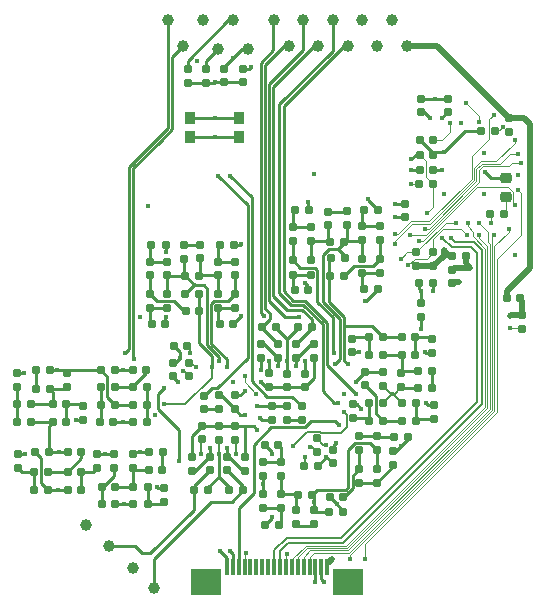
<source format=gbr>
%TF.GenerationSoftware,KiCad,Pcbnew,7.0.1*%
%TF.CreationDate,2023-04-30T22:37:30+01:00*%
%TF.ProjectId,left_main,6c656674-5f6d-4616-996e-2e6b69636164,rev?*%
%TF.SameCoordinates,Original*%
%TF.FileFunction,Copper,L1,Top*%
%TF.FilePolarity,Positive*%
%FSLAX46Y46*%
G04 Gerber Fmt 4.6, Leading zero omitted, Abs format (unit mm)*
G04 Created by KiCad (PCBNEW 7.0.1) date 2023-04-30 22:37:30*
%MOMM*%
%LPD*%
G01*
G04 APERTURE LIST*
G04 Aperture macros list*
%AMRoundRect*
0 Rectangle with rounded corners*
0 $1 Rounding radius*
0 $2 $3 $4 $5 $6 $7 $8 $9 X,Y pos of 4 corners*
0 Add a 4 corners polygon primitive as box body*
4,1,4,$2,$3,$4,$5,$6,$7,$8,$9,$2,$3,0*
0 Add four circle primitives for the rounded corners*
1,1,$1+$1,$2,$3*
1,1,$1+$1,$4,$5*
1,1,$1+$1,$6,$7*
1,1,$1+$1,$8,$9*
0 Add four rect primitives between the rounded corners*
20,1,$1+$1,$2,$3,$4,$5,0*
20,1,$1+$1,$4,$5,$6,$7,0*
20,1,$1+$1,$6,$7,$8,$9,0*
20,1,$1+$1,$8,$9,$2,$3,0*%
G04 Aperture macros list end*
%TA.AperFunction,SMDPad,CuDef*%
%ADD10C,1.000000*%
%TD*%
%TA.AperFunction,SMDPad,CuDef*%
%ADD11RoundRect,0.155000X-0.212500X-0.155000X0.212500X-0.155000X0.212500X0.155000X-0.212500X0.155000X0*%
%TD*%
%TA.AperFunction,SMDPad,CuDef*%
%ADD12RoundRect,0.155000X0.155000X-0.212500X0.155000X0.212500X-0.155000X0.212500X-0.155000X-0.212500X0*%
%TD*%
%TA.AperFunction,SMDPad,CuDef*%
%ADD13RoundRect,0.160000X-0.160000X0.197500X-0.160000X-0.197500X0.160000X-0.197500X0.160000X0.197500X0*%
%TD*%
%TA.AperFunction,SMDPad,CuDef*%
%ADD14RoundRect,0.155000X0.212500X0.155000X-0.212500X0.155000X-0.212500X-0.155000X0.212500X-0.155000X0*%
%TD*%
%TA.AperFunction,SMDPad,CuDef*%
%ADD15RoundRect,0.155000X-0.155000X0.212500X-0.155000X-0.212500X0.155000X-0.212500X0.155000X0.212500X0*%
%TD*%
%TA.AperFunction,SMDPad,CuDef*%
%ADD16RoundRect,0.160000X0.197500X0.160000X-0.197500X0.160000X-0.197500X-0.160000X0.197500X-0.160000X0*%
%TD*%
%TA.AperFunction,SMDPad,CuDef*%
%ADD17R,0.304800X1.397000*%
%TD*%
%TA.AperFunction,SMDPad,CuDef*%
%ADD18R,2.641600X2.311400*%
%TD*%
%TA.AperFunction,SMDPad,CuDef*%
%ADD19RoundRect,0.160000X-0.197500X-0.160000X0.197500X-0.160000X0.197500X0.160000X-0.197500X0.160000X0*%
%TD*%
%TA.AperFunction,SMDPad,CuDef*%
%ADD20RoundRect,0.160000X0.160000X-0.197500X0.160000X0.197500X-0.160000X0.197500X-0.160000X-0.197500X0*%
%TD*%
%TA.AperFunction,SMDPad,CuDef*%
%ADD21R,0.900000X1.000000*%
%TD*%
%TA.AperFunction,SMDPad,CuDef*%
%ADD22RoundRect,0.218750X-0.256250X0.218750X-0.256250X-0.218750X0.256250X-0.218750X0.256250X0.218750X0*%
%TD*%
%TA.AperFunction,ViaPad*%
%ADD23C,0.450000*%
%TD*%
%TA.AperFunction,Conductor*%
%ADD24C,0.250000*%
%TD*%
%TA.AperFunction,Conductor*%
%ADD25C,0.500000*%
%TD*%
%TA.AperFunction,Conductor*%
%ADD26C,0.100000*%
%TD*%
%TA.AperFunction,Conductor*%
%ADD27C,0.150000*%
%TD*%
%TA.AperFunction,Conductor*%
%ADD28C,0.127000*%
%TD*%
%TA.AperFunction,Conductor*%
%ADD29C,0.200000*%
%TD*%
G04 APERTURE END LIST*
D10*
%TO.P,J11,1,1*%
%TO.N,/FB_mic_R_+*%
X71500000Y-32000000D03*
%TD*%
D11*
%TO.P,C16,1*%
%TO.N,/HP_driver_L/vneg*%
X70298500Y-67564000D03*
%TO.P,C16,2*%
%TO.N,GND*%
X71433500Y-67564000D03*
%TD*%
D10*
%TO.P,J22,1,1*%
%TO.N,/A2*%
X61722000Y-29840795D03*
%TD*%
D12*
%TO.P,C42,1*%
%TO.N,Net-(IC2-QMICL)*%
X64482500Y-51417500D03*
%TO.P,C42,2*%
%TO.N,Net-(C42-Pad2)*%
X64482500Y-50282500D03*
%TD*%
D10*
%TO.P,J5,1,1*%
%TO.N,/FB_mic_L_+*%
X53800000Y-74400000D03*
%TD*%
D13*
%TO.P,R48,1*%
%TO.N,Net-(IC2-IOP1L)*%
X58715000Y-53002500D03*
%TO.P,R48,2*%
%TO.N,Net-(C53-Pad1)*%
X58715000Y-54197500D03*
%TD*%
D11*
%TO.P,C66,1*%
%TO.N,Net-(C64-Pad2)*%
X57151250Y-67902500D03*
%TO.P,C66,2*%
%TO.N,Net-(C66-Pad2)*%
X58286250Y-67902500D03*
%TD*%
D14*
%TO.P,C74,1*%
%TO.N,Net-(C72-Pad2)*%
X51436250Y-66400000D03*
%TO.P,C74,2*%
%TO.N,/HP_driver_L/QOP1R*%
X50301250Y-66400000D03*
%TD*%
D12*
%TO.P,C56,1*%
%TO.N,/FB_mic_L_+*%
X62302500Y-67967500D03*
%TO.P,C56,2*%
%TO.N,Net-(IC2-MICR)*%
X62302500Y-66832500D03*
%TD*%
D15*
%TO.P,C5,1*%
%TO.N,GND*%
X82442500Y-36507000D03*
%TO.P,C5,2*%
%TO.N,Net-(U2-PA01{slash}EINT1{slash}SERCOM1.1)*%
X82442500Y-37642000D03*
%TD*%
D16*
%TO.P,R28,1*%
%TO.N,/HP_driver_R/IOP2R*%
X76962000Y-62230000D03*
%TO.P,R28,2*%
%TO.N,Net-(C31-Pad1)*%
X75767000Y-62230000D03*
%TD*%
D12*
%TO.P,C18,1*%
%TO.N,Net-(C18-Pad1)*%
X68302000Y-71135500D03*
%TO.P,C18,2*%
%TO.N,Net-(C18-Pad2)*%
X68302000Y-70000500D03*
%TD*%
D11*
%TO.P,C23,1*%
%TO.N,Net-(C23-Pad1)*%
X77918500Y-65151000D03*
%TO.P,C23,2*%
%TO.N,GND*%
X79053500Y-65151000D03*
%TD*%
D17*
%TO.P,J1,1,Pin_1*%
%TO.N,GND*%
X63750001Y-76154500D03*
%TO.P,J1,2,Pin_2*%
%TO.N,/audio_in_L*%
X64250000Y-76154500D03*
%TO.P,J1,3,Pin_3*%
%TO.N,/audio_in_R*%
X64750001Y-76154500D03*
%TO.P,J1,4,Pin_4*%
%TO.N,/D11*%
X65250000Y-76154500D03*
%TO.P,J1,5,Pin_5*%
%TO.N,unconnected-(J1-Pin_5-Pad5)*%
X65750002Y-76154500D03*
%TO.P,J1,6,Pin_6*%
%TO.N,unconnected-(J1-Pin_6-Pad6)*%
X66250001Y-76154500D03*
%TO.P,J1,7,Pin_7*%
%TO.N,unconnected-(J1-Pin_7-Pad7)*%
X66750000Y-76154500D03*
%TO.P,J1,8,Pin_8*%
%TO.N,unconnected-(J1-Pin_8-Pad8)*%
X67250002Y-76154500D03*
%TO.P,J1,9,Pin_9*%
%TO.N,/USB_D+*%
X67750000Y-76154500D03*
%TO.P,J1,10,Pin_10*%
%TO.N,/USB_D-*%
X68250002Y-76154500D03*
%TO.P,J1,11,Pin_11*%
%TO.N,/D2*%
X68750001Y-76154500D03*
%TO.P,J1,12,Pin_12*%
%TO.N,/ANC_PBO*%
X69250000Y-76154500D03*
%TO.P,J1,13,Pin_13*%
%TO.N,/ANC_OFF*%
X69750002Y-76154500D03*
%TO.P,J1,14,Pin_14*%
%TO.N,/ANC_ON*%
X70250001Y-76154500D03*
%TO.P,J1,15,Pin_15*%
%TO.N,/D10*%
X70750002Y-76154500D03*
%TO.P,J1,16,Pin_16*%
%TO.N,GND*%
X71250001Y-76154500D03*
%TO.P,J1,17,Pin_17*%
%TO.N,+3V3*%
X71750000Y-76154500D03*
%TO.P,J1,18,Pin_18*%
%TO.N,VBUS*%
X72250002Y-76154500D03*
D18*
%TO.P,J1,19,Pin_19*%
%TO.N,GND*%
X74032500Y-77399100D03*
%TO.P,J1,20,Pin_20*%
X61967500Y-77399100D03*
%TD*%
D16*
%TO.P,R54,1*%
%TO.N,/HP_driver_L/QOP1R*%
X47197500Y-63852500D03*
%TO.P,R54,2*%
%TO.N,Net-(C61-Pad1)*%
X46002500Y-63852500D03*
%TD*%
D11*
%TO.P,C53,1*%
%TO.N,Net-(C53-Pad1)*%
X57397500Y-55600000D03*
%TO.P,C53,2*%
%TO.N,GND*%
X58532500Y-55600000D03*
%TD*%
D19*
%TO.P,R58,1*%
%TO.N,Net-(C61-Pad1)*%
X46002500Y-62352500D03*
%TO.P,R58,2*%
%TO.N,Net-(C63-Pad2)*%
X47197500Y-62352500D03*
%TD*%
D11*
%TO.P,C2,1*%
%TO.N,VDD*%
X80063000Y-41240500D03*
%TO.P,C2,2*%
%TO.N,GND*%
X81198000Y-41240500D03*
%TD*%
D20*
%TO.P,R15,1*%
%TO.N,Net-(IC1-QMICL)*%
X66802000Y-68415500D03*
%TO.P,R15,2*%
%TO.N,Net-(C20-Pad1)*%
X66802000Y-67220500D03*
%TD*%
D11*
%TO.P,C26,1*%
%TO.N,/HP_driver_R/QOP1R*%
X78547000Y-56666000D03*
%TO.P,C26,2*%
%TO.N,Net-(C26-Pad2)*%
X79682000Y-56666000D03*
%TD*%
D15*
%TO.P,C4,1*%
%TO.N,GND*%
X80192500Y-36507000D03*
%TO.P,C4,2*%
%TO.N,Net-(U2-PA00{slash}EINT0{slash}SERCOM1.0)*%
X80192500Y-37642000D03*
%TD*%
D20*
%TO.P,R4,1*%
%TO.N,Net-(U3-PROG)*%
X88750000Y-56000000D03*
%TO.P,R4,2*%
%TO.N,GND*%
X88750000Y-54805000D03*
%TD*%
D19*
%TO.P,R38,1*%
%TO.N,/HP_driver_R/QOP1R*%
X72554500Y-49975000D03*
%TO.P,R38,2*%
%TO.N,/HP_driver_R/IOP1R*%
X73749500Y-49975000D03*
%TD*%
D11*
%TO.P,C57,1*%
%TO.N,Net-(C55-Pad2)*%
X60265000Y-54500000D03*
%TO.P,C57,2*%
%TO.N,Net-(IC2-MIXR)*%
X61400000Y-54500000D03*
%TD*%
D15*
%TO.P,C14,1*%
%TO.N,/AOHPR*%
X70100000Y-62530000D03*
%TO.P,C14,2*%
%TO.N,Net-(C14-Pad2)*%
X70100000Y-63665000D03*
%TD*%
D11*
%TO.P,C67,1*%
%TO.N,/HP_driver_L/IOP2R*%
X55835000Y-62400000D03*
%TO.P,C67,2*%
%TO.N,Net-(C67-Pad2)*%
X56970000Y-62400000D03*
%TD*%
D12*
%TO.P,C51,1*%
%TO.N,Net-(IC2-IOP1L)*%
X58715000Y-51417500D03*
%TO.P,C51,2*%
%TO.N,Net-(C51-Pad2)*%
X58715000Y-50282500D03*
%TD*%
D19*
%TO.P,R31,1*%
%TO.N,Net-(C31-Pad1)*%
X75767000Y-63754000D03*
%TO.P,R31,2*%
%TO.N,Net-(C32-Pad2)*%
X76962000Y-63754000D03*
%TD*%
D15*
%TO.P,C21,1*%
%TO.N,Net-(C18-Pad2)*%
X69644000Y-71330000D03*
%TO.P,C21,2*%
%TO.N,Net-(C21-Pad2)*%
X69644000Y-72465000D03*
%TD*%
D11*
%TO.P,C64,1*%
%TO.N,Net-(C60-Pad2)*%
X53186250Y-69350000D03*
%TO.P,C64,2*%
%TO.N,Net-(C64-Pad2)*%
X54321250Y-69350000D03*
%TD*%
D20*
%TO.P,R75,1*%
%TO.N,VDD*%
X81200000Y-50697500D03*
%TO.P,R75,2*%
%TO.N,/I2C_SDA*%
X81200000Y-49502500D03*
%TD*%
D16*
%TO.P,R64,1*%
%TO.N,/HP_driver_L/IOP2R*%
X54250000Y-62400000D03*
%TO.P,R64,2*%
%TO.N,Net-(C69-Pad1)*%
X53055000Y-62400000D03*
%TD*%
D15*
%TO.P,C48,1*%
%TO.N,Net-(IC2-MICL)*%
X63802500Y-66832500D03*
%TO.P,C48,2*%
%TO.N,/FF_mic_L_+*%
X63802500Y-67967500D03*
%TD*%
D12*
%TO.P,C46,1*%
%TO.N,Net-(C45-Pad2)*%
X61467500Y-50007500D03*
%TO.P,C46,2*%
%TO.N,Net-(C46-Pad2)*%
X61467500Y-48872500D03*
%TD*%
D19*
%TO.P,R45,1*%
%TO.N,Net-(IC2-IOP1L)*%
X60237500Y-51500000D03*
%TO.P,R45,2*%
%TO.N,Net-(C45-Pad2)*%
X61432500Y-51500000D03*
%TD*%
D14*
%TO.P,C63,1*%
%TO.N,Net-(C59-Pad2)*%
X50167500Y-62352500D03*
%TO.P,C63,2*%
%TO.N,Net-(C63-Pad2)*%
X49032500Y-62352500D03*
%TD*%
D10*
%TO.P,J3,1,1*%
%TO.N,/FF_mic_L_+*%
X57550000Y-77950000D03*
%TD*%
%TO.P,J16,1,1*%
%TO.N,+BATT*%
X79000000Y-32000000D03*
%TD*%
D15*
%TO.P,C22,1*%
%TO.N,Net-(IC1-IOP1L)*%
X76430000Y-67885500D03*
%TO.P,C22,2*%
%TO.N,Net-(C22-Pad2)*%
X76430000Y-69020500D03*
%TD*%
D13*
%TO.P,R61,1*%
%TO.N,/HP_driver_L/IOP1R*%
X55786250Y-66555000D03*
%TO.P,R61,2*%
%TO.N,Net-(C64-Pad2)*%
X55786250Y-67750000D03*
%TD*%
D19*
%TO.P,R62,1*%
%TO.N,Net-(C65-Pad2)*%
X47600000Y-59497500D03*
%TO.P,R62,2*%
%TO.N,/HP_driver_L/IOP2R*%
X48795000Y-59497500D03*
%TD*%
%TO.P,R39,1*%
%TO.N,Net-(C38-Pad2)*%
X75348500Y-45959500D03*
%TO.P,R39,2*%
%TO.N,GND*%
X76543500Y-45959500D03*
%TD*%
D16*
%TO.P,R49,1*%
%TO.N,Net-(IC2-MICS)*%
X62147500Y-69600000D03*
%TO.P,R49,2*%
%TO.N,/FB_mic_L_+*%
X60952500Y-69600000D03*
%TD*%
D20*
%TO.P,R69,1*%
%TO.N,Net-(C68-Pad2)*%
X52786250Y-67765000D03*
%TO.P,R69,2*%
%TO.N,GND*%
X52786250Y-66570000D03*
%TD*%
D13*
%TO.P,R6,1*%
%TO.N,Net-(IC1-QLINR)*%
X67600000Y-62500000D03*
%TO.P,R6,2*%
%TO.N,Net-(IC1-LINR)*%
X67600000Y-63695000D03*
%TD*%
D12*
%TO.P,C12,1*%
%TO.N,GND*%
X67352500Y-60867500D03*
%TO.P,C12,2*%
%TO.N,Net-(IC1-MICACL)*%
X67352500Y-59732500D03*
%TD*%
D14*
%TO.P,C20,1*%
%TO.N,Net-(C20-Pad1)*%
X68119500Y-65818000D03*
%TO.P,C20,2*%
%TO.N,GND*%
X66984500Y-65818000D03*
%TD*%
D15*
%TO.P,C15,1*%
%TO.N,+1V8*%
X72750000Y-66234500D03*
%TO.P,C15,2*%
%TO.N,GND*%
X72750000Y-67369500D03*
%TD*%
D16*
%TO.P,R66,1*%
%TO.N,/HP_driver_L/QOP2R*%
X54250000Y-59500000D03*
%TO.P,R66,2*%
%TO.N,/HP_driver_L/IOP2R*%
X53055000Y-59500000D03*
%TD*%
%TO.P,R63,1*%
%TO.N,Net-(C66-Pad2)*%
X58316250Y-66402500D03*
%TO.P,R63,2*%
%TO.N,/HP_driver_L/IOP1R*%
X57121250Y-66402500D03*
%TD*%
D10*
%TO.P,J7,1,1*%
%TO.N,/HP_L_+*%
X58801000Y-29845000D03*
%TD*%
D14*
%TO.P,C72,1*%
%TO.N,Net-(C68-Pad2)*%
X51403750Y-68100000D03*
%TO.P,C72,2*%
%TO.N,Net-(C72-Pad2)*%
X50268750Y-68100000D03*
%TD*%
D16*
%TO.P,R35,1*%
%TO.N,/HP_driver_R/IOP1R*%
X73648000Y-48615500D03*
%TO.P,R35,2*%
%TO.N,Net-(C36-Pad2)*%
X72453000Y-48615500D03*
%TD*%
D11*
%TO.P,C29,1*%
%TO.N,Net-(C28-Pad2)*%
X79950500Y-59537500D03*
%TO.P,C29,2*%
%TO.N,Net-(C29-Pad2)*%
X81085500Y-59537500D03*
%TD*%
D20*
%TO.P,R44,1*%
%TO.N,Net-(IC2-QLINR)*%
X64452500Y-62797500D03*
%TO.P,R44,2*%
%TO.N,Net-(IC2-LINR)*%
X64452500Y-61602500D03*
%TD*%
%TO.P,R26,1*%
%TO.N,/HP_driver_R/IOP2R*%
X78518000Y-60897000D03*
%TO.P,R26,2*%
%TO.N,Net-(C28-Pad2)*%
X78518000Y-59702000D03*
%TD*%
D10*
%TO.P,J14,1,1*%
%TO.N,/HP_R_-*%
X72705627Y-29840795D03*
%TD*%
D15*
%TO.P,C49,1*%
%TO.N,GND*%
X64452500Y-64232500D03*
%TO.P,C49,2*%
%TO.N,Net-(IC2-MICACL)*%
X64452500Y-65367500D03*
%TD*%
D11*
%TO.P,C68,1*%
%TO.N,/HP_driver_L/IOP1R*%
X50268750Y-69600000D03*
%TO.P,C68,2*%
%TO.N,Net-(C68-Pad2)*%
X51403750Y-69600000D03*
%TD*%
D20*
%TO.P,R19,1*%
%TO.N,Net-(IC1-IOP1L)*%
X76454000Y-66256500D03*
%TO.P,R19,2*%
%TO.N,Net-(C23-Pad1)*%
X76454000Y-65061500D03*
%TD*%
D13*
%TO.P,R32,1*%
%TO.N,Net-(IC1-QMICR)*%
X69342000Y-50187500D03*
%TO.P,R32,2*%
%TO.N,Net-(C35-Pad1)*%
X69342000Y-51382500D03*
%TD*%
D12*
%TO.P,C1,1*%
%TO.N,+3V3*%
X78800000Y-46535000D03*
%TO.P,C1,2*%
%TO.N,GND*%
X78800000Y-45400000D03*
%TD*%
D16*
%TO.P,R50,1*%
%TO.N,Net-(IC2-MIXR)*%
X61430000Y-53000000D03*
%TO.P,R50,2*%
%TO.N,Net-(IC2-IOP1L)*%
X60235000Y-53000000D03*
%TD*%
D11*
%TO.P,C30,1*%
%TO.N,/HP_driver_R/IOP2R*%
X78621000Y-62254000D03*
%TO.P,C30,2*%
%TO.N,Net-(C30-Pad2)*%
X79756000Y-62254000D03*
%TD*%
D15*
%TO.P,C54,1*%
%TO.N,Net-(IC2-CPN)*%
X60550000Y-58832500D03*
%TO.P,C54,2*%
%TO.N,Net-(IC2-CPP)*%
X60550000Y-59967500D03*
%TD*%
D20*
%TO.P,R40,1*%
%TO.N,Net-(C39-Pad1)*%
X76708000Y-51231000D03*
%TO.P,R40,2*%
%TO.N,Net-(C40-Pad2)*%
X76708000Y-50036000D03*
%TD*%
D13*
%TO.P,R21,1*%
%TO.N,Net-(C23-Pad1)*%
X74954000Y-65061500D03*
%TO.P,R21,2*%
%TO.N,Net-(C24-Pad2)*%
X74954000Y-66256500D03*
%TD*%
D20*
%TO.P,R41,1*%
%TO.N,Net-(C44-Pad1)*%
X62982500Y-54197500D03*
%TO.P,R41,2*%
%TO.N,Net-(C45-Pad2)*%
X62982500Y-53002500D03*
%TD*%
D16*
%TO.P,R59,1*%
%TO.N,Net-(C62-Pad1)*%
X57033750Y-69350000D03*
%TO.P,R59,2*%
%TO.N,Net-(C64-Pad2)*%
X55838750Y-69350000D03*
%TD*%
D13*
%TO.P,R24,1*%
%TO.N,Net-(C26-Pad2)*%
X81114500Y-56818500D03*
%TO.P,R24,2*%
%TO.N,GND*%
X81114500Y-58013500D03*
%TD*%
D11*
%TO.P,C35,1*%
%TO.N,Net-(C35-Pad1)*%
X69524500Y-52697500D03*
%TO.P,C35,2*%
%TO.N,GND*%
X70659500Y-52697500D03*
%TD*%
D14*
%TO.P,C47,1*%
%TO.N,/HP_driver_L/vneg*%
X60405165Y-57400000D03*
%TO.P,C47,2*%
%TO.N,GND*%
X59270165Y-57400000D03*
%TD*%
D19*
%TO.P,R55,1*%
%TO.N,Net-(IC2-QMICR)*%
X55838750Y-70850000D03*
%TO.P,R55,2*%
%TO.N,Net-(C62-Pad1)*%
X57033750Y-70850000D03*
%TD*%
D16*
%TO.P,R5,1*%
%TO.N,VDD*%
X81228000Y-43740500D03*
%TO.P,R5,2*%
%TO.N,/~{RESET}*%
X80033000Y-43740500D03*
%TD*%
D14*
%TO.P,C41,1*%
%TO.N,Net-(C40-Pad2)*%
X73660000Y-51499000D03*
%TO.P,C41,2*%
%TO.N,/HP_driver_R/QOP1R*%
X72525000Y-51499000D03*
%TD*%
D20*
%TO.P,R42,1*%
%TO.N,Net-(C43-Pad2)*%
X63100000Y-62797500D03*
%TO.P,R42,2*%
%TO.N,Net-(IC2-QLINR)*%
X63100000Y-61602500D03*
%TD*%
D12*
%TO.P,C9,1*%
%TO.N,Net-(IC1-MICL)*%
X68100000Y-58417500D03*
%TO.P,C9,2*%
%TO.N,/FF_mic_R_+*%
X68100000Y-57282500D03*
%TD*%
D10*
%TO.P,J13,1,1*%
%TO.N,/HP_R_+*%
X74000000Y-32000000D03*
%TD*%
D19*
%TO.P,R71,1*%
%TO.N,Net-(C70-Pad1)*%
X47438750Y-68100000D03*
%TO.P,R71,2*%
%TO.N,Net-(C72-Pad2)*%
X48633750Y-68100000D03*
%TD*%
D15*
%TO.P,C40,1*%
%TO.N,Net-(C38-Pad2)*%
X76708000Y-47316000D03*
%TO.P,C40,2*%
%TO.N,Net-(C40-Pad2)*%
X76708000Y-48451000D03*
%TD*%
D19*
%TO.P,R1,1*%
%TO.N,/D13*%
X86033000Y-46240500D03*
%TO.P,R1,2*%
%TO.N,Net-(D1-A)*%
X87228000Y-46240500D03*
%TD*%
D15*
%TO.P,C19,1*%
%TO.N,Net-(IC1-QMICL)*%
X66802000Y-70000500D03*
%TO.P,C19,2*%
%TO.N,Net-(C18-Pad1)*%
X66802000Y-71135500D03*
%TD*%
D10*
%TO.P,J8,1,1*%
%TO.N,/HP_L_-*%
X60071000Y-32004000D03*
%TD*%
D14*
%TO.P,C32,1*%
%TO.N,Net-(C30-Pad2)*%
X79756000Y-63754000D03*
%TO.P,C32,2*%
%TO.N,Net-(C32-Pad2)*%
X78621000Y-63754000D03*
%TD*%
D12*
%TO.P,C62,1*%
%TO.N,Net-(C62-Pad1)*%
X58436250Y-70600000D03*
%TO.P,C62,2*%
%TO.N,GND*%
X58436250Y-69465000D03*
%TD*%
%TO.P,C37,1*%
%TO.N,Net-(C36-Pad2)*%
X72288500Y-47183000D03*
%TO.P,C37,2*%
%TO.N,Net-(C37-Pad2)*%
X72288500Y-46048000D03*
%TD*%
D16*
%TO.P,R68,1*%
%TO.N,Net-(C67-Pad2)*%
X57000000Y-63900000D03*
%TO.P,R68,2*%
%TO.N,GND*%
X55805000Y-63900000D03*
%TD*%
D20*
%TO.P,R74,1*%
%TO.N,VDD*%
X79800000Y-50697500D03*
%TO.P,R74,2*%
%TO.N,/I2C_SCL*%
X79800000Y-49502500D03*
%TD*%
D10*
%TO.P,J10,1,1*%
%TO.N,GND*%
X67729627Y-29840795D03*
%TD*%
D11*
%TO.P,C6,1*%
%TO.N,+BATT*%
X87432500Y-53402500D03*
%TO.P,C6,2*%
%TO.N,GND*%
X88567500Y-53402500D03*
%TD*%
%TO.P,C44,1*%
%TO.N,Net-(C44-Pad1)*%
X63165000Y-55600000D03*
%TO.P,C44,2*%
%TO.N,GND*%
X64300000Y-55600000D03*
%TD*%
D12*
%TO.P,C31,1*%
%TO.N,Net-(C31-Pad1)*%
X74422000Y-63500000D03*
%TO.P,C31,2*%
%TO.N,GND*%
X74422000Y-62365000D03*
%TD*%
D16*
%TO.P,R14,1*%
%TO.N,Net-(C18-Pad1)*%
X68149500Y-72568000D03*
%TO.P,R14,2*%
%TO.N,GND*%
X66954500Y-72568000D03*
%TD*%
D13*
%TO.P,R56,1*%
%TO.N,Net-(C59-Pad2)*%
X51600000Y-62505000D03*
%TO.P,R56,2*%
%TO.N,GND*%
X51600000Y-63700000D03*
%TD*%
D16*
%TO.P,R47,1*%
%TO.N,/FF_mic_L_+*%
X65147500Y-69600000D03*
%TO.P,R47,2*%
%TO.N,Net-(IC2-MICS)*%
X63952500Y-69600000D03*
%TD*%
D14*
%TO.P,C77,1*%
%TO.N,/AREF*%
X81198000Y-39990500D03*
%TO.P,C77,2*%
%TO.N,GND*%
X80063000Y-39990500D03*
%TD*%
D15*
%TO.P,C13,1*%
%TO.N,Net-(IC1-MICACR)*%
X70352500Y-59765000D03*
%TO.P,C13,2*%
%TO.N,GND*%
X70352500Y-60900000D03*
%TD*%
%TO.P,C10,1*%
%TO.N,/FB_mic_R_+*%
X69600000Y-57282500D03*
%TO.P,C10,2*%
%TO.N,Net-(IC1-MICR)*%
X69600000Y-58417500D03*
%TD*%
%TO.P,C45,1*%
%TO.N,Net-(C42-Pad2)*%
X62982500Y-50282500D03*
%TO.P,C45,2*%
%TO.N,Net-(C45-Pad2)*%
X62982500Y-51417500D03*
%TD*%
D10*
%TO.P,J6,1,1*%
%TO.N,GND*%
X51800000Y-72600000D03*
%TD*%
D19*
%TO.P,R33,1*%
%TO.N,Net-(C34-Pad2)*%
X69494500Y-45947500D03*
%TO.P,R33,2*%
%TO.N,GND*%
X70689500Y-45947500D03*
%TD*%
D12*
%TO.P,C24,1*%
%TO.N,Net-(C22-Pad2)*%
X74930000Y-69020500D03*
%TO.P,C24,2*%
%TO.N,Net-(C24-Pad2)*%
X74930000Y-67885500D03*
%TD*%
D13*
%TO.P,R72,1*%
%TO.N,Net-(J20-Pad1)*%
X61976000Y-33946500D03*
%TO.P,R72,2*%
%TO.N,GND*%
X61976000Y-35141500D03*
%TD*%
D20*
%TO.P,R20,1*%
%TO.N,Net-(C22-Pad2)*%
X77851000Y-67526500D03*
%TO.P,R20,2*%
%TO.N,GND*%
X77851000Y-66331500D03*
%TD*%
D12*
%TO.P,C34,1*%
%TO.N,Net-(IC1-QMICR)*%
X69342000Y-48505000D03*
%TO.P,C34,2*%
%TO.N,Net-(C34-Pad2)*%
X69342000Y-47370000D03*
%TD*%
D20*
%TO.P,R30,1*%
%TO.N,Net-(C30-Pad2)*%
X81280000Y-63589500D03*
%TO.P,R30,2*%
%TO.N,GND*%
X81280000Y-62394500D03*
%TD*%
D13*
%TO.P,R2,1*%
%TO.N,+BATT*%
X87630500Y-38143000D03*
%TO.P,R2,2*%
%TO.N,/BAT_V_SENSE*%
X87630500Y-39338000D03*
%TD*%
D10*
%TO.P,J12,1,1*%
%TO.N,GND*%
X70205627Y-29840795D03*
%TD*%
D19*
%TO.P,R25,1*%
%TO.N,Net-(C27-Pad1)*%
X75767000Y-58166000D03*
%TO.P,R25,2*%
%TO.N,Net-(C28-Pad2)*%
X76962000Y-58166000D03*
%TD*%
D20*
%TO.P,R7,1*%
%TO.N,Net-(C14-Pad2)*%
X68850000Y-63695000D03*
%TO.P,R7,2*%
%TO.N,Net-(IC1-QLINR)*%
X68850000Y-62500000D03*
%TD*%
D10*
%TO.P,J20,1,1*%
%TO.N,Net-(J20-Pad1)*%
X62992000Y-32258000D03*
%TD*%
D13*
%TO.P,R73,1*%
%TO.N,/A4*%
X60452000Y-33946500D03*
%TO.P,R73,2*%
%TO.N,GND*%
X60452000Y-35141500D03*
%TD*%
%TO.P,R36,1*%
%TO.N,Net-(C37-Pad2)*%
X73914000Y-46018000D03*
%TO.P,R36,2*%
%TO.N,/HP_driver_R/IOP1R*%
X73914000Y-47213000D03*
%TD*%
D14*
%TO.P,C28,1*%
%TO.N,Net-(C26-Pad2)*%
X79682000Y-58166000D03*
%TO.P,C28,2*%
%TO.N,Net-(C28-Pad2)*%
X78547000Y-58166000D03*
%TD*%
D16*
%TO.P,R22,1*%
%TO.N,Net-(IC1-MIXR)*%
X73622500Y-71501000D03*
%TO.P,R22,2*%
%TO.N,Net-(IC1-IOP1L)*%
X72427500Y-71501000D03*
%TD*%
D20*
%TO.P,R43,1*%
%TO.N,Net-(IC2-MICL)*%
X65302500Y-67997500D03*
%TO.P,R43,2*%
%TO.N,GND*%
X65302500Y-66802500D03*
%TD*%
D16*
%TO.P,R67,1*%
%TO.N,/HP_driver_L/QOP1R*%
X48698750Y-66400000D03*
%TO.P,R67,2*%
%TO.N,/HP_driver_L/IOP1R*%
X47503750Y-66400000D03*
%TD*%
D14*
%TO.P,C75,1*%
%TO.N,+3V3*%
X81167500Y-52100000D03*
%TO.P,C75,2*%
%TO.N,GND*%
X80032500Y-52100000D03*
%TD*%
D11*
%TO.P,C59,1*%
%TO.N,/HP_driver_L/QOP1R*%
X49032500Y-63852500D03*
%TO.P,C59,2*%
%TO.N,Net-(C59-Pad2)*%
X50167500Y-63852500D03*
%TD*%
D20*
%TO.P,R17,1*%
%TO.N,Net-(C21-Pad2)*%
X71144000Y-72495000D03*
%TO.P,R17,2*%
%TO.N,Net-(IC1-IOP1L)*%
X71144000Y-71300000D03*
%TD*%
D15*
%TO.P,C78,1*%
%TO.N,Net-(U8-OUT)*%
X63500000Y-33976500D03*
%TO.P,C78,2*%
%TO.N,GND*%
X63500000Y-35111500D03*
%TD*%
D14*
%TO.P,C25,1*%
%TO.N,Net-(C24-Pad2)*%
X73592500Y-70231000D03*
%TO.P,C25,2*%
%TO.N,Net-(IC1-MIXR)*%
X72457500Y-70231000D03*
%TD*%
D13*
%TO.P,R46,1*%
%TO.N,Net-(C46-Pad2)*%
X60085000Y-48902500D03*
%TO.P,R46,2*%
%TO.N,Net-(IC2-IOP1L)*%
X60085000Y-50097500D03*
%TD*%
D15*
%TO.P,C79,1*%
%TO.N,+3V3*%
X65083500Y-33976500D03*
%TO.P,C79,2*%
%TO.N,GND*%
X65083500Y-35111500D03*
%TD*%
D12*
%TO.P,C58,1*%
%TO.N,+1V8*%
X59150000Y-59967500D03*
%TO.P,C58,2*%
%TO.N,GND*%
X59150000Y-58832500D03*
%TD*%
D10*
%TO.P,J15,1,1*%
%TO.N,/D3*%
X75205627Y-29840795D03*
%TD*%
D20*
%TO.P,R52,1*%
%TO.N,Net-(C53-Pad1)*%
X57215000Y-54197500D03*
%TO.P,R52,2*%
%TO.N,Net-(C55-Pad2)*%
X57215000Y-53002500D03*
%TD*%
D10*
%TO.P,J21,1,1*%
%TO.N,/A4*%
X64262000Y-29840795D03*
%TD*%
D12*
%TO.P,C38,1*%
%TO.N,/HP_driver_R/IOP1R*%
X75184000Y-48451000D03*
%TO.P,C38,2*%
%TO.N,Net-(C38-Pad2)*%
X75184000Y-47316000D03*
%TD*%
D20*
%TO.P,R34,1*%
%TO.N,Net-(C35-Pad1)*%
X70866000Y-51382500D03*
%TO.P,R34,2*%
%TO.N,Net-(C36-Pad2)*%
X70866000Y-50187500D03*
%TD*%
D10*
%TO.P,J9,1,1*%
%TO.N,/FF_mic_R_+*%
X69000000Y-32000000D03*
%TD*%
D19*
%TO.P,R51,1*%
%TO.N,Net-(C51-Pad2)*%
X57367500Y-48850000D03*
%TO.P,R51,2*%
%TO.N,GND*%
X58562500Y-48850000D03*
%TD*%
D13*
%TO.P,R16,1*%
%TO.N,Net-(C20-Pad1)*%
X68302000Y-67220500D03*
%TO.P,R16,2*%
%TO.N,Net-(C18-Pad2)*%
X68302000Y-68415500D03*
%TD*%
D21*
%TO.P,SW2,1,A*%
%TO.N,/~{RESET}*%
X64750000Y-39700000D03*
X60650000Y-39700000D03*
%TO.P,SW2,2,B*%
%TO.N,GND*%
X64750000Y-38100000D03*
X60650000Y-38100000D03*
%TD*%
D13*
%TO.P,R29,1*%
%TO.N,/HP_driver_R/QOP2R*%
X76962000Y-59600500D03*
%TO.P,R29,2*%
%TO.N,/HP_driver_R/IOP2R*%
X76962000Y-60795500D03*
%TD*%
D11*
%TO.P,C69,1*%
%TO.N,Net-(C69-Pad1)*%
X52995000Y-63900000D03*
%TO.P,C69,2*%
%TO.N,GND*%
X54130000Y-63900000D03*
%TD*%
D12*
%TO.P,C70,1*%
%TO.N,Net-(C70-Pad1)*%
X46036250Y-67735000D03*
%TO.P,C70,2*%
%TO.N,GND*%
X46036250Y-66600000D03*
%TD*%
%TO.P,C52,1*%
%TO.N,Net-(IC2-MICACR)*%
X61652500Y-65335000D03*
%TO.P,C52,2*%
%TO.N,GND*%
X61652500Y-64200000D03*
%TD*%
%TO.P,C33,1*%
%TO.N,Net-(C32-Pad2)*%
X75438000Y-60765500D03*
%TO.P,C33,2*%
%TO.N,/HP_driver_R/QOP2R*%
X75438000Y-59630500D03*
%TD*%
D15*
%TO.P,C27,1*%
%TO.N,Net-(C27-Pad1)*%
X74364500Y-56848500D03*
%TO.P,C27,2*%
%TO.N,GND*%
X74364500Y-57983500D03*
%TD*%
D12*
%TO.P,C76,1*%
%TO.N,+1V8*%
X80200000Y-54967500D03*
%TO.P,C76,2*%
%TO.N,GND*%
X80200000Y-53832500D03*
%TD*%
D14*
%TO.P,C60,1*%
%TO.N,Net-(IC2-QMICR)*%
X54321250Y-70850000D03*
%TO.P,C60,2*%
%TO.N,Net-(C60-Pad2)*%
X53186250Y-70850000D03*
%TD*%
D19*
%TO.P,R13,1*%
%TO.N,Net-(C42-Pad2)*%
X63135000Y-48850000D03*
%TO.P,R13,2*%
%TO.N,GND*%
X64330000Y-48850000D03*
%TD*%
%TO.P,R8,1*%
%TO.N,/FF_mic_R_+*%
X66752500Y-55800000D03*
%TO.P,R8,2*%
%TO.N,Net-(IC1-MICS)*%
X67947500Y-55800000D03*
%TD*%
D13*
%TO.P,R37,1*%
%TO.N,/HP_driver_R/IOP1R*%
X75184000Y-50036000D03*
%TO.P,R37,2*%
%TO.N,Net-(C39-Pad1)*%
X75184000Y-51231000D03*
%TD*%
D10*
%TO.P,J17,1,1*%
%TO.N,+3V3*%
X76500000Y-32000000D03*
%TD*%
D15*
%TO.P,C36,1*%
%TO.N,Net-(C34-Pad2)*%
X70866000Y-47370000D03*
%TO.P,C36,2*%
%TO.N,Net-(C36-Pad2)*%
X70866000Y-48505000D03*
%TD*%
%TO.P,C11,1*%
%TO.N,Net-(IC1-MICS)*%
X68850000Y-59782500D03*
%TO.P,C11,2*%
%TO.N,GND*%
X68850000Y-60917500D03*
%TD*%
D16*
%TO.P,R23,1*%
%TO.N,/HP_driver_R/QOP1R*%
X76962000Y-56666000D03*
%TO.P,R23,2*%
%TO.N,Net-(C27-Pad1)*%
X75767000Y-56666000D03*
%TD*%
D13*
%TO.P,R10,1*%
%TO.N,Net-(IC1-MICR)*%
X71100000Y-57252500D03*
%TO.P,R10,2*%
%TO.N,GND*%
X71100000Y-58447500D03*
%TD*%
D10*
%TO.P,J4,1,1*%
%TO.N,GND*%
X55800000Y-76200000D03*
%TD*%
D12*
%TO.P,C61,1*%
%TO.N,Net-(C61-Pad1)*%
X46000000Y-60867500D03*
%TO.P,C61,2*%
%TO.N,GND*%
X46000000Y-59732500D03*
%TD*%
D14*
%TO.P,C65,1*%
%TO.N,Net-(C63-Pad2)*%
X48762500Y-61067500D03*
%TO.P,C65,2*%
%TO.N,Net-(C65-Pad2)*%
X47627500Y-61067500D03*
%TD*%
D16*
%TO.P,R18,1*%
%TO.N,Net-(IC1-IOP1L)*%
X70967500Y-70044500D03*
%TO.P,R18,2*%
%TO.N,Net-(C18-Pad2)*%
X69772500Y-70044500D03*
%TD*%
D20*
%TO.P,R57,1*%
%TO.N,Net-(C60-Pad2)*%
X54236250Y-67797500D03*
%TO.P,R57,2*%
%TO.N,GND*%
X54236250Y-66602500D03*
%TD*%
%TO.P,R53,1*%
%TO.N,Net-(IC2-MICR)*%
X60802500Y-67997500D03*
%TO.P,R53,2*%
%TO.N,GND*%
X60802500Y-66802500D03*
%TD*%
D14*
%TO.P,C71,1*%
%TO.N,Net-(C67-Pad2)*%
X56970000Y-60900000D03*
%TO.P,C71,2*%
%TO.N,Net-(C71-Pad2)*%
X55835000Y-60900000D03*
%TD*%
D12*
%TO.P,C7,1*%
%TO.N,VBUS*%
X82800000Y-52129500D03*
%TO.P,C7,2*%
%TO.N,GND*%
X82800000Y-50994500D03*
%TD*%
D13*
%TO.P,R11,1*%
%TO.N,Net-(IC1-MICL)*%
X66600000Y-57252500D03*
%TO.P,R11,2*%
%TO.N,GND*%
X66600000Y-58447500D03*
%TD*%
D16*
%TO.P,R3,1*%
%TO.N,/BAT_V_SENSE*%
X86478000Y-39240500D03*
%TO.P,R3,2*%
%TO.N,GND*%
X85283000Y-39240500D03*
%TD*%
D15*
%TO.P,C55,1*%
%TO.N,Net-(C51-Pad2)*%
X57215000Y-50282500D03*
%TO.P,C55,2*%
%TO.N,Net-(C55-Pad2)*%
X57215000Y-51417500D03*
%TD*%
D19*
%TO.P,R9,1*%
%TO.N,Net-(IC1-MICS)*%
X69752500Y-55800000D03*
%TO.P,R9,2*%
%TO.N,/FB_mic_R_+*%
X70947500Y-55800000D03*
%TD*%
D16*
%TO.P,R65,1*%
%TO.N,/HP_driver_L/IOP1R*%
X48633750Y-69600000D03*
%TO.P,R65,2*%
%TO.N,Net-(C70-Pad1)*%
X47438750Y-69600000D03*
%TD*%
D11*
%TO.P,C39,1*%
%TO.N,Net-(C39-Pad1)*%
X75378500Y-52633500D03*
%TO.P,C39,2*%
%TO.N,GND*%
X76513500Y-52633500D03*
%TD*%
D22*
%TO.P,D1,1,C*%
%TO.N,GND*%
X87380500Y-43203000D03*
%TO.P,D1,2,A*%
%TO.N,Net-(D1-A)*%
X87380500Y-44778000D03*
%TD*%
D19*
%TO.P,R70,1*%
%TO.N,Net-(C69-Pad1)*%
X53055000Y-60900000D03*
%TO.P,R70,2*%
%TO.N,Net-(C71-Pad2)*%
X54250000Y-60900000D03*
%TD*%
D10*
%TO.P,J19,1,1*%
%TO.N,Net-(U8-OUT)*%
X65532000Y-32258000D03*
%TD*%
D16*
%TO.P,R27,1*%
%TO.N,Net-(C29-Pad2)*%
X81115500Y-60960000D03*
%TO.P,R27,2*%
%TO.N,/HP_driver_R/IOP2R*%
X79920500Y-60960000D03*
%TD*%
D12*
%TO.P,C17,1*%
%TO.N,Net-(IC1-CPN)*%
X71347500Y-66367500D03*
%TO.P,C17,2*%
%TO.N,Net-(IC1-CPP)*%
X71347500Y-65232500D03*
%TD*%
D14*
%TO.P,C73,1*%
%TO.N,Net-(C71-Pad2)*%
X56930000Y-59500000D03*
%TO.P,C73,2*%
%TO.N,/HP_driver_L/QOP2R*%
X55795000Y-59500000D03*
%TD*%
D10*
%TO.P,J18,1,1*%
%TO.N,GND*%
X77705627Y-29840795D03*
%TD*%
D11*
%TO.P,C3,1*%
%TO.N,Net-(U2-VDDCORE)*%
X80063000Y-42490500D03*
%TO.P,C3,2*%
%TO.N,GND*%
X81198000Y-42490500D03*
%TD*%
D13*
%TO.P,R12,1*%
%TO.N,Net-(IC2-QMICL)*%
X64482500Y-53002500D03*
%TO.P,R12,2*%
%TO.N,Net-(C44-Pad1)*%
X64482500Y-54197500D03*
%TD*%
D12*
%TO.P,C50,1*%
%TO.N,Net-(IC2-MICS)*%
X63052500Y-65367500D03*
%TO.P,C50,2*%
%TO.N,GND*%
X63052500Y-64232500D03*
%TD*%
D13*
%TO.P,R60,1*%
%TO.N,/HP_driver_L/IOP2R*%
X50195000Y-59700000D03*
%TO.P,R60,2*%
%TO.N,Net-(C63-Pad2)*%
X50195000Y-60895000D03*
%TD*%
D15*
%TO.P,C43,1*%
%TO.N,/AOHPL*%
X61850000Y-61632500D03*
%TO.P,C43,2*%
%TO.N,Net-(C43-Pad2)*%
X61850000Y-62767500D03*
%TD*%
D11*
%TO.P,C8,1*%
%TO.N,VDD*%
X82832500Y-49784000D03*
%TO.P,C8,2*%
%TO.N,GND*%
X83967500Y-49784000D03*
%TD*%
D23*
%TO.N,+3V3*%
X72000000Y-77400000D03*
X78000000Y-46535000D03*
X81200000Y-52800000D03*
X76500000Y-32000000D03*
X65786000Y-33782000D03*
%TO.N,GND*%
X85563914Y-41079448D03*
X56359500Y-55000000D03*
X85547496Y-44527343D03*
X78000000Y-45400000D03*
X57100000Y-45600000D03*
X57836250Y-69400000D03*
X66862944Y-54912444D03*
X88126001Y-49771300D03*
X81367000Y-36507000D03*
X63000000Y-76600000D03*
X73660000Y-61468000D03*
X63200000Y-74800000D03*
X80200000Y-52800000D03*
X80587500Y-62230000D03*
X75110000Y-62738000D03*
X59815500Y-58420000D03*
X58600000Y-55000000D03*
X66294000Y-64516000D03*
X71200000Y-77400000D03*
X53436250Y-66600000D03*
X77705627Y-29840795D03*
X74930000Y-57912000D03*
X70612000Y-45212000D03*
X54962500Y-63900000D03*
X69900000Y-55000000D03*
X63000000Y-78200000D03*
X73000000Y-76600000D03*
X75692000Y-44958000D03*
X87750000Y-54902500D03*
X66600000Y-59500000D03*
X84328000Y-50800000D03*
X55800000Y-76200000D03*
X85630500Y-42740500D03*
X78486000Y-65913000D03*
X81930926Y-42490500D03*
X61000000Y-76600000D03*
X51850000Y-72650000D03*
X61000000Y-78200000D03*
X64262000Y-60500000D03*
X46636250Y-66600000D03*
X80518000Y-57912000D03*
X51000000Y-63700000D03*
X82124228Y-41046611D03*
X75000000Y-78200000D03*
X70358000Y-52070000D03*
X82132438Y-44527343D03*
X61214000Y-33274000D03*
X58600000Y-49490500D03*
X46600000Y-59700000D03*
X57658000Y-63246000D03*
X71100000Y-42900000D03*
X67564000Y-71882000D03*
X64950500Y-48800000D03*
X75438000Y-53594000D03*
X64950500Y-54900000D03*
X73000000Y-78200000D03*
X75000000Y-76600000D03*
X62738000Y-38100000D03*
X66657894Y-60442106D03*
X62738000Y-35052000D03*
X72129131Y-66802000D03*
X67564000Y-66548000D03*
%TO.N,Net-(U2-VDDCORE)*%
X79380500Y-42490500D03*
%TO.N,Net-(U2-PA00{slash}EINT0{slash}SERCOM1.0)*%
X80918500Y-38090500D03*
%TO.N,Net-(U2-PA01{slash}EINT1{slash}SERCOM1.1)*%
X81934500Y-38090500D03*
%TO.N,+BATT*%
X88250000Y-52000000D03*
%TO.N,VBUS*%
X72675900Y-75469900D03*
X83400000Y-52000000D03*
%TO.N,VDD*%
X82100000Y-49300000D03*
X79380500Y-41615500D03*
X83598000Y-38590500D03*
X88392000Y-42926000D03*
X80730500Y-46190500D03*
%TO.N,Net-(IC1-MICL)*%
X68100000Y-59100000D03*
%TO.N,Net-(IC1-MICR)*%
X69600000Y-59100000D03*
%TO.N,Net-(IC1-MICS)*%
X68850000Y-58674000D03*
%TO.N,Net-(IC1-MICACL)*%
X67355000Y-58674000D03*
%TO.N,Net-(IC1-MICACR)*%
X70358000Y-58674000D03*
%TO.N,/AOHPR*%
X64000000Y-43000000D03*
%TO.N,+1V8*%
X73025000Y-65659000D03*
X59600000Y-60500000D03*
X80200000Y-56000000D03*
%TO.N,/HP_driver_L/vneg*%
X60600000Y-58000000D03*
X70358000Y-66802000D03*
%TO.N,Net-(IC1-CPN)*%
X70806050Y-66000000D03*
%TO.N,Net-(IC1-CPP)*%
X72136000Y-65786000D03*
%TO.N,Net-(IC1-QMICL)*%
X66802000Y-69088000D03*
%TO.N,Net-(IC1-IOP1L)*%
X71120000Y-70612000D03*
%TO.N,Net-(IC1-MIXR)*%
X69342000Y-65913000D03*
X73058750Y-70832250D03*
X73660000Y-62992000D03*
%TO.N,/HP_driver_R/QOP1R*%
X73977500Y-58991500D03*
%TO.N,/HP_driver_R/IOP2R*%
X77724000Y-61468000D03*
%TO.N,/HP_driver_R/QOP2R*%
X74676000Y-60452000D03*
%TO.N,Net-(IC1-QMICR)*%
X72781301Y-58035594D03*
%TO.N,/HP_driver_R/IOP1R*%
X72898000Y-58928000D03*
%TO.N,Net-(IC2-QMICL)*%
X63754000Y-59250000D03*
%TO.N,/AOHPL*%
X63000000Y-43000000D03*
%TO.N,Net-(IC2-MICL)*%
X63802500Y-66082500D03*
%TO.N,Net-(IC2-MICACL)*%
X64546428Y-66548000D03*
%TO.N,Net-(IC2-MICS)*%
X63052500Y-66548000D03*
%TO.N,Net-(IC2-IOP1L)*%
X63100000Y-58674000D03*
%TO.N,Net-(IC2-MICACR)*%
X61550000Y-66548000D03*
%TO.N,Net-(IC2-CPN)*%
X61098041Y-59212687D03*
%TO.N,Net-(IC2-CPP)*%
X59996884Y-59517929D03*
%TO.N,Net-(IC2-MICR)*%
X62302500Y-66082500D03*
%TO.N,Net-(IC2-MIXR)*%
X58420000Y-62386405D03*
X62484000Y-59250000D03*
%TO.N,/HP_driver_L/QOP1R*%
X49501250Y-66400000D03*
%TO.N,Net-(IC2-QMICR)*%
X55036250Y-70850000D03*
%TO.N,/HP_driver_L/IOP2R*%
X49400000Y-59497500D03*
%TO.N,/HP_driver_L/IOP1R*%
X49436250Y-69600000D03*
X56436250Y-66402500D03*
%TO.N,/HP_driver_L/QOP2R*%
X55000000Y-59500000D03*
%TO.N,/AREF*%
X82630500Y-38590500D03*
%TO.N,Net-(U8-OUT)*%
X64262000Y-33020000D03*
%TO.N,Net-(IC1-LINR)*%
X66548000Y-63500000D03*
%TO.N,Net-(IC1-QLINR)*%
X66294000Y-62500000D03*
%TO.N,/I2C_SDA*%
X66228000Y-61468000D03*
X84063188Y-48006000D03*
X65278000Y-60000000D03*
X79100000Y-50600000D03*
%TO.N,/I2C_SCL*%
X78486000Y-50038000D03*
X83130500Y-46990500D03*
%TO.N,/HP_R_-*%
X73152000Y-62230000D03*
%TO.N,/HP_R_+*%
X74676000Y-61468000D03*
%TO.N,/audio_in_R*%
X73250510Y-64106510D03*
%TO.N,Net-(IC2-LINR)*%
X65278000Y-61214000D03*
%TO.N,Net-(IC2-QLINR)*%
X65278000Y-63246000D03*
%TO.N,/HP_L_-*%
X55900000Y-58500000D03*
%TO.N,/HP_L_+*%
X55118000Y-58054974D03*
%TO.N,/audio_in_L*%
X58420000Y-60960000D03*
X64000000Y-74800000D03*
X59700000Y-67200000D03*
%TO.N,/D2*%
X88392000Y-44196000D03*
X68834000Y-75021000D03*
X75438000Y-75438000D03*
%TO.N,/ANC_PBO*%
X84130500Y-46990500D03*
%TO.N,/ANC_OFF*%
X85090000Y-48006000D03*
%TO.N,/ANC_ON*%
X85090000Y-46990000D03*
%TO.N,/D10*%
X86360000Y-48006000D03*
%TO.N,/USB_D+*%
X81948000Y-48260000D03*
%TO.N,/USB_D-*%
X82748000Y-48260000D03*
%TO.N,/D11*%
X74168000Y-75438000D03*
X65400000Y-75000000D03*
X87630000Y-47498000D03*
%TO.N,/D3*%
X75205627Y-29840795D03*
%TO.N,/A4*%
X64262000Y-29840795D03*
%TO.N,/D13*%
X86106000Y-46990000D03*
%TO.N,/BAT_V_SENSE*%
X87108140Y-38852500D03*
%TO.N,Net-(U3-PROG)*%
X87750000Y-55902500D03*
%TO.N,/~{RESET}*%
X79380500Y-43740500D03*
X62738000Y-39700000D03*
%TO.N,/BM83_UART_RX*%
X80518000Y-47498000D03*
X88392000Y-41148000D03*
%TO.N,/BM83_UART_TX*%
X88646000Y-41910000D03*
X79248000Y-48006000D03*
%TO.N,/BM83_PROG_EN*%
X86360000Y-37846000D03*
X77978000Y-47960000D03*
%TO.N,/A2*%
X61722000Y-29840795D03*
%TO.N,/A3*%
X85130500Y-38490500D03*
X83966500Y-36820500D03*
%TO.N,/D4*%
X77978000Y-48768000D03*
X88138000Y-39990500D03*
%TO.N,/3V3_EN*%
X80010000Y-48514000D03*
X88138000Y-45466000D03*
%TD*%
D24*
%TO.N,+3V3*%
X71750000Y-76154500D02*
X71750000Y-77150000D01*
X81167500Y-52767500D02*
X81200000Y-52800000D01*
X71750000Y-77150000D02*
X72000000Y-77400000D01*
X65591500Y-33976500D02*
X65786000Y-33782000D01*
X65083500Y-33976500D02*
X65591500Y-33976500D01*
X81167500Y-52100000D02*
X81167500Y-52767500D01*
X78000000Y-46535000D02*
X78800000Y-46535000D01*
%TO.N,GND*%
X67310000Y-53594000D02*
X67310000Y-35290000D01*
X64300000Y-55600000D02*
X64300000Y-55550500D01*
X63750001Y-75350001D02*
X63750001Y-76154500D01*
X81198000Y-41240500D02*
X81198000Y-41125500D01*
X78800000Y-45400000D02*
X78000000Y-45400000D01*
X72129131Y-66868369D02*
X71433500Y-67564000D01*
X67564000Y-66397500D02*
X66984500Y-65818000D01*
X62797500Y-35111500D02*
X62738000Y-35052000D01*
X75692000Y-44958000D02*
X75692000Y-45108000D01*
X78067500Y-66331500D02*
X78486000Y-65913000D01*
X72129131Y-66802000D02*
X72182500Y-66802000D01*
X67691000Y-32398026D02*
X67691000Y-29879422D01*
X80032500Y-52632500D02*
X80200000Y-52800000D01*
X75692000Y-45108000D02*
X76543500Y-45959500D01*
X85283000Y-39240500D02*
X83930339Y-39240500D01*
X64452500Y-64232500D02*
X65350000Y-64232500D01*
X64330000Y-48850000D02*
X64900500Y-48850000D01*
X59815500Y-58420000D02*
X59815500Y-57945335D01*
X81391889Y-41046611D02*
X81198000Y-41240500D01*
X71100000Y-60152500D02*
X70352500Y-60900000D01*
X67691000Y-29879422D02*
X67729627Y-29840795D01*
X83930339Y-39240500D02*
X82124228Y-41046611D01*
X66600000Y-54649500D02*
X66600000Y-33489026D01*
X75438000Y-53594000D02*
X75553000Y-53594000D01*
X81367000Y-36507000D02*
X82442500Y-36507000D01*
X53406250Y-66570000D02*
X53436250Y-66600000D01*
X81367000Y-36507000D02*
X80192500Y-36507000D01*
X72129131Y-66802000D02*
X72129131Y-66868369D01*
X59815500Y-57945335D02*
X59270165Y-57400000D01*
X80032500Y-52100000D02*
X80032500Y-52632500D01*
X64300000Y-55550500D02*
X64950500Y-54900000D01*
D25*
X88750000Y-54805000D02*
X88750000Y-53585000D01*
D24*
X69900000Y-55000000D02*
X68716000Y-55000000D01*
X58532500Y-55600000D02*
X58532500Y-55067500D01*
X67385000Y-60900000D02*
X67352500Y-60867500D01*
X75553000Y-53594000D02*
X76513500Y-52633500D01*
X80587500Y-62230000D02*
X80752000Y-62394500D01*
X60452000Y-35141500D02*
X61976000Y-35141500D01*
X62738000Y-38100000D02*
X64750000Y-38100000D01*
X62648500Y-35141500D02*
X62738000Y-35052000D01*
X68716000Y-55000000D02*
X67310000Y-53594000D01*
D25*
X83967500Y-50439500D02*
X83967500Y-49784000D01*
D24*
X81198000Y-42490500D02*
X81930926Y-42490500D01*
X67083288Y-60867500D02*
X66657894Y-60442106D01*
X46036250Y-66600000D02*
X46636250Y-66600000D01*
X72182500Y-66802000D02*
X72750000Y-67369500D01*
X59403000Y-58832500D02*
X59150000Y-58832500D01*
X70352500Y-60900000D02*
X67385000Y-60900000D01*
X71250001Y-76154500D02*
X71250001Y-77349999D01*
X61685000Y-64232500D02*
X61652500Y-64200000D01*
X66600000Y-58447500D02*
X66600000Y-59500000D01*
X57901250Y-69465000D02*
X57836250Y-69400000D01*
X70205627Y-32394373D02*
X70205627Y-29840795D01*
X60802500Y-66802500D02*
X60802500Y-65050000D01*
X58436250Y-69465000D02*
X57901250Y-69465000D01*
X55805000Y-63900000D02*
X54962500Y-63900000D01*
X71100000Y-58447500D02*
X71100000Y-60152500D01*
X80752000Y-62394500D02*
X81280000Y-62394500D01*
X62738000Y-38100000D02*
X60650000Y-38100000D01*
X70358000Y-52070000D02*
X70659500Y-52371500D01*
X71250001Y-77349999D02*
X71200000Y-77400000D01*
X81114500Y-58013500D02*
X80619500Y-58013500D01*
X66862944Y-54912444D02*
X66600000Y-54649500D01*
X75110000Y-62738000D02*
X74737000Y-62365000D01*
X70612000Y-45212000D02*
X70612000Y-45870000D01*
X74364500Y-57983500D02*
X74858500Y-57983500D01*
X67352500Y-60867500D02*
X67083288Y-60867500D01*
X80619500Y-58013500D02*
X80518000Y-57912000D01*
X67564000Y-66548000D02*
X67564000Y-66397500D01*
X46567500Y-59732500D02*
X46600000Y-59700000D01*
X77851000Y-66331500D02*
X78067500Y-66331500D01*
X66010500Y-64232500D02*
X65350000Y-64232500D01*
X82124228Y-41046611D02*
X81391889Y-41046611D01*
X79053500Y-65151000D02*
X79053500Y-65345500D01*
X46000000Y-59732500D02*
X46567500Y-59732500D01*
X65083500Y-35111500D02*
X63500000Y-35111500D01*
X58562500Y-49453000D02*
X58600000Y-49490500D01*
X66294000Y-64516000D02*
X66010500Y-64232500D01*
X79053500Y-65345500D02*
X78486000Y-65913000D01*
X87380500Y-43203000D02*
X86093000Y-43203000D01*
X64900500Y-48850000D02*
X64950500Y-48800000D01*
X66600000Y-33489026D02*
X67691000Y-32398026D01*
X58562500Y-48850000D02*
X58562500Y-49453000D01*
X59815500Y-58420000D02*
X59403000Y-58832500D01*
X70612000Y-45870000D02*
X70689500Y-45947500D01*
D25*
X88750000Y-53585000D02*
X88567500Y-53402500D01*
X88750000Y-54805000D02*
X87847500Y-54805000D01*
D24*
X64452500Y-64232500D02*
X61685000Y-64232500D01*
X63200000Y-74800000D02*
X63750001Y-75350001D01*
X65302500Y-64280000D02*
X65350000Y-64232500D01*
X67310000Y-35290000D02*
X70205627Y-32394373D01*
D25*
X82994500Y-50800000D02*
X82800000Y-50994500D01*
X84328000Y-50800000D02*
X82994500Y-50800000D01*
D24*
X63500000Y-35111500D02*
X62797500Y-35111500D01*
D25*
X84328000Y-50800000D02*
X83967500Y-50439500D01*
D24*
X54962500Y-63900000D02*
X54130000Y-63900000D01*
X74858500Y-57983500D02*
X74930000Y-57912000D01*
X67564000Y-71958500D02*
X66954500Y-72568000D01*
X61976000Y-35141500D02*
X62648500Y-35141500D01*
X81198000Y-41125500D02*
X80063000Y-39990500D01*
X65302500Y-66802500D02*
X65302500Y-64280000D01*
X58532500Y-55067500D02*
X58600000Y-55000000D01*
X52786250Y-66570000D02*
X53406250Y-66570000D01*
X86093000Y-43203000D02*
X85630500Y-42740500D01*
X67564000Y-71882000D02*
X67564000Y-71958500D01*
X60802500Y-65050000D02*
X61652500Y-64200000D01*
X51600000Y-63700000D02*
X51000000Y-63700000D01*
X53436250Y-66600000D02*
X54233750Y-66600000D01*
X70659500Y-52371500D02*
X70659500Y-52697500D01*
D25*
X87847500Y-54805000D02*
X87750000Y-54902500D01*
D24*
X80200000Y-53832500D02*
X80200000Y-52800000D01*
X74737000Y-62365000D02*
X74422000Y-62365000D01*
%TO.N,Net-(U2-VDDCORE)*%
X79380500Y-42490500D02*
X80063000Y-42490500D01*
%TO.N,Net-(U2-PA00{slash}EINT0{slash}SERCOM1.0)*%
X80192500Y-37642000D02*
X80470000Y-37642000D01*
X80470000Y-37642000D02*
X80918500Y-38090500D01*
%TO.N,Net-(U2-PA01{slash}EINT1{slash}SERCOM1.1)*%
X82442500Y-37642000D02*
X82383000Y-37642000D01*
X82383000Y-37642000D02*
X81934500Y-38090500D01*
D25*
%TO.N,+BATT*%
X87630500Y-38100500D02*
X87630500Y-38143000D01*
X81530000Y-32000000D02*
X87630500Y-38100500D01*
X79000000Y-32000000D02*
X81530000Y-32000000D01*
X87432500Y-53402500D02*
X87432500Y-52817500D01*
X87630500Y-38143000D02*
X88943000Y-38143000D01*
X88943000Y-38143000D02*
X89408000Y-38608000D01*
X89408000Y-38608000D02*
X89408000Y-50842000D01*
X87432500Y-52817500D02*
X88250000Y-52000000D01*
X89408000Y-50842000D02*
X88250000Y-52000000D01*
%TO.N,VBUS*%
X72675900Y-75469900D02*
X72352400Y-75793400D01*
X83400000Y-52000000D02*
X82929500Y-52000000D01*
X82929500Y-52000000D02*
X82800000Y-52129500D01*
D26*
%TO.N,VDD*%
X81228000Y-45693000D02*
X80730500Y-46190500D01*
X81228000Y-43740500D02*
X81228000Y-45693000D01*
D24*
X79380500Y-41615500D02*
X79755500Y-41240500D01*
D25*
X82832500Y-49784000D02*
X82584000Y-49784000D01*
X82584000Y-49784000D02*
X82100000Y-49300000D01*
D26*
X81228000Y-43740500D02*
X80580500Y-43093000D01*
D25*
X82100000Y-49300000D02*
X82100000Y-49797500D01*
X82100000Y-49797500D02*
X81200000Y-50697500D01*
D24*
X79755500Y-41240500D02*
X80063000Y-41240500D01*
D25*
X81200000Y-50697500D02*
X79800000Y-50697500D01*
D26*
X80580500Y-43093000D02*
X80580500Y-41758000D01*
X80580500Y-41758000D02*
X80063000Y-41240500D01*
D24*
%TO.N,Net-(IC1-MICL)*%
X66935000Y-57252500D02*
X66600000Y-57252500D01*
X68100000Y-58417500D02*
X68100000Y-59100000D01*
X68100000Y-58417500D02*
X66935000Y-57252500D01*
%TO.N,/FF_mic_R_+*%
X68584000Y-32000000D02*
X66950000Y-33634000D01*
X66950000Y-33634000D02*
X66950000Y-54221682D01*
X68100000Y-57282500D02*
X66752500Y-55935000D01*
X66752500Y-55935000D02*
X66752500Y-55800000D01*
X67412944Y-54684626D02*
X67412944Y-55139556D01*
X66950000Y-54221682D02*
X67412944Y-54684626D01*
X67412944Y-55139556D02*
X66752500Y-55800000D01*
X69000000Y-32000000D02*
X68584000Y-32000000D01*
%TO.N,/FB_mic_R_+*%
X70947500Y-55935000D02*
X70947500Y-55800000D01*
X70125199Y-54356000D02*
X70947500Y-55178301D01*
X67660000Y-35464000D02*
X67660000Y-53182000D01*
X71500000Y-32000000D02*
X71124000Y-32000000D01*
X71124000Y-32000000D02*
X67660000Y-35464000D01*
X70947500Y-55178301D02*
X70947500Y-55800000D01*
X68834000Y-54356000D02*
X70125199Y-54356000D01*
X67660000Y-53182000D02*
X68834000Y-54356000D01*
X69600000Y-57282500D02*
X70947500Y-55935000D01*
%TO.N,Net-(IC1-MICR)*%
X70847500Y-57252500D02*
X71100000Y-57252500D01*
X69682500Y-58417500D02*
X70847500Y-57252500D01*
X69600000Y-58417500D02*
X69600000Y-59100000D01*
X69600000Y-58417500D02*
X69682500Y-58417500D01*
%TO.N,Net-(IC1-MICS)*%
X68850000Y-56850000D02*
X68850000Y-59782500D01*
X69752500Y-55800000D02*
X69752500Y-55947500D01*
X67947500Y-55947500D02*
X68850000Y-56850000D01*
X69752500Y-55947500D02*
X68850000Y-56850000D01*
X67947500Y-55800000D02*
X67947500Y-55947500D01*
%TO.N,Net-(IC1-MICACL)*%
X67355000Y-58674000D02*
X67355000Y-59682500D01*
%TO.N,Net-(IC1-MICACR)*%
X70352500Y-58679500D02*
X70358000Y-58674000D01*
X70352500Y-59765000D02*
X70352500Y-58679500D01*
%TO.N,/AOHPR*%
X67160677Y-61722000D02*
X69292000Y-61722000D01*
X65850000Y-44850000D02*
X65850000Y-60411323D01*
X65850000Y-60411323D02*
X67160677Y-61722000D01*
X69292000Y-61722000D02*
X70100000Y-62530000D01*
X64000000Y-43000000D02*
X65850000Y-44850000D01*
%TO.N,Net-(C14-Pad2)*%
X68850000Y-63695000D02*
X70070000Y-63695000D01*
%TO.N,+1V8*%
X73025000Y-65659000D02*
X72750000Y-65934000D01*
X80200000Y-54967500D02*
X80200000Y-56000000D01*
X59150000Y-60050000D02*
X59600000Y-60500000D01*
X72750000Y-65934000D02*
X72750000Y-66234500D01*
D27*
%TO.N,/HP_driver_L/vneg*%
X70358000Y-67504500D02*
X70298500Y-67564000D01*
X60600000Y-58000000D02*
X60600000Y-57594835D01*
X60600000Y-57594835D02*
X60405165Y-57400000D01*
X70358000Y-66802000D02*
X70358000Y-67504500D01*
D28*
%TO.N,Net-(IC1-CPN)*%
X70806050Y-66000000D02*
X70980000Y-66000000D01*
X70980000Y-66000000D02*
X71347500Y-66367500D01*
D27*
%TO.N,Net-(IC1-CPP)*%
X72136000Y-65786000D02*
X71901000Y-65786000D01*
X71901000Y-65786000D02*
X71347500Y-65232500D01*
D24*
%TO.N,Net-(C18-Pad1)*%
X68302000Y-72415500D02*
X68149500Y-72568000D01*
X68302000Y-71135500D02*
X68302000Y-72415500D01*
X68302000Y-71135500D02*
X66802000Y-71135500D01*
%TO.N,Net-(C18-Pad2)*%
X68302000Y-68415500D02*
X68302000Y-70000500D01*
X69620000Y-70197000D02*
X69772500Y-70044500D01*
X68302000Y-70000500D02*
X69728500Y-70000500D01*
X69620000Y-71479000D02*
X69620000Y-70197000D01*
X69728500Y-70000500D02*
X69772500Y-70044500D01*
%TO.N,Net-(IC1-QMICL)*%
X66802000Y-70000500D02*
X66802000Y-69088000D01*
X66802000Y-69088000D02*
X66802000Y-68415500D01*
%TO.N,Net-(C20-Pad1)*%
X68302000Y-66000500D02*
X68119500Y-65818000D01*
X68302000Y-67220500D02*
X68302000Y-66000500D01*
X68302000Y-67220500D02*
X66802000Y-67220500D01*
%TO.N,Net-(C21-Pad2)*%
X71120000Y-72644000D02*
X69650000Y-72644000D01*
%TO.N,Net-(IC1-IOP1L)*%
X72427500Y-71501000D02*
X71345000Y-71501000D01*
X71416000Y-69596000D02*
X73800026Y-69596000D01*
X74634528Y-65674000D02*
X75871500Y-65674000D01*
X71120000Y-70612000D02*
X71120000Y-70197000D01*
X71120000Y-70197000D02*
X70967500Y-70044500D01*
X76454000Y-66256500D02*
X76454000Y-67861500D01*
X76454000Y-67861500D02*
X76430000Y-67885500D01*
X71120000Y-71509000D02*
X71120000Y-70612000D01*
X73800026Y-69596000D02*
X74045000Y-69351026D01*
X70967500Y-70044500D02*
X71416000Y-69596000D01*
X74045000Y-66263528D02*
X74634528Y-65674000D01*
X75871500Y-65674000D02*
X76454000Y-66256500D01*
X74045000Y-69351026D02*
X74045000Y-66263528D01*
X71345000Y-71501000D02*
X71144000Y-71300000D01*
%TO.N,Net-(C22-Pad2)*%
X76430000Y-69020500D02*
X74930000Y-69020500D01*
X77851000Y-67526500D02*
X77851000Y-67599500D01*
X77851000Y-67599500D02*
X76430000Y-69020500D01*
%TO.N,Net-(C23-Pad1)*%
X77918500Y-65151000D02*
X76543500Y-65151000D01*
X74954000Y-65061500D02*
X76454000Y-65061500D01*
X76543500Y-65151000D02*
X76454000Y-65061500D01*
%TO.N,Net-(C24-Pad2)*%
X73660000Y-70231000D02*
X74395000Y-69496000D01*
X74395000Y-68420500D02*
X74930000Y-67885500D01*
X74395000Y-69496000D02*
X74395000Y-68420500D01*
X74954000Y-67861500D02*
X74930000Y-67885500D01*
X74954000Y-66256500D02*
X74954000Y-67861500D01*
X73592500Y-70231000D02*
X73660000Y-70231000D01*
D27*
%TO.N,Net-(IC1-MIXR)*%
X70565000Y-64690000D02*
X69342000Y-65913000D01*
X73914000Y-64262000D02*
X73406000Y-64770000D01*
X71639190Y-64690000D02*
X70565000Y-64690000D01*
D24*
X73622500Y-71396000D02*
X73058750Y-70832250D01*
D27*
X71719190Y-64770000D02*
X71639190Y-64690000D01*
X73660000Y-62992000D02*
X73914000Y-63246000D01*
X73406000Y-64770000D02*
X71719190Y-64770000D01*
D24*
X73058750Y-70832250D02*
X72457500Y-70231000D01*
D27*
X73914000Y-63246000D02*
X73914000Y-64262000D01*
D24*
%TO.N,/HP_driver_R/QOP1R*%
X72390000Y-50139500D02*
X72554500Y-49975000D01*
X73977500Y-58991500D02*
X73660000Y-58674000D01*
X76962000Y-56666000D02*
X78547000Y-56666000D01*
X76962000Y-56666000D02*
X76049000Y-55753000D01*
X76049000Y-55753000D02*
X73660000Y-55753000D01*
X72390000Y-53710104D02*
X72390000Y-51634000D01*
X72525000Y-51499000D02*
X72390000Y-51364000D01*
X73660000Y-54980104D02*
X72390000Y-53710104D01*
X72390000Y-51364000D02*
X72390000Y-50139500D01*
X73660000Y-58674000D02*
X73660000Y-54980104D01*
X72390000Y-51634000D02*
X72525000Y-51499000D01*
%TO.N,Net-(C26-Pad2)*%
X80962000Y-56666000D02*
X81114500Y-56818500D01*
X79682000Y-58166000D02*
X79682000Y-56666000D01*
X79682000Y-56666000D02*
X80962000Y-56666000D01*
%TO.N,Net-(C27-Pad1)*%
X75767000Y-56666000D02*
X74547000Y-56666000D01*
X74547000Y-56666000D02*
X74364500Y-56848500D01*
X75767000Y-56666000D02*
X75767000Y-58166000D01*
%TO.N,Net-(C28-Pad2)*%
X78547000Y-59673000D02*
X78518000Y-59702000D01*
X79950500Y-59537500D02*
X78682500Y-59537500D01*
X78547000Y-58166000D02*
X78547000Y-59673000D01*
X76962000Y-58166000D02*
X78547000Y-58166000D01*
X78682500Y-59537500D02*
X78518000Y-59702000D01*
%TO.N,Net-(C29-Pad2)*%
X81085500Y-59537500D02*
X81085500Y-60930000D01*
%TO.N,/HP_driver_R/IOP2R*%
X79920500Y-60960000D02*
X78581000Y-60960000D01*
D27*
X77724000Y-61468000D02*
X77947000Y-61468000D01*
X77724000Y-61468000D02*
X77835000Y-61468000D01*
X77724000Y-61468000D02*
X76962000Y-62230000D01*
X77835000Y-61468000D02*
X78621000Y-62254000D01*
X77947000Y-61468000D02*
X78518000Y-60897000D01*
X77634500Y-61468000D02*
X76962000Y-60795500D01*
X77724000Y-61468000D02*
X77634500Y-61468000D01*
D24*
%TO.N,Net-(C30-Pad2)*%
X79920500Y-63589500D02*
X79756000Y-63754000D01*
X81280000Y-63589500D02*
X79920500Y-63589500D01*
X79756000Y-62254000D02*
X79756000Y-63754000D01*
%TO.N,Net-(C31-Pad1)*%
X74422000Y-63500000D02*
X75602500Y-63500000D01*
X75602500Y-63500000D02*
X75856500Y-63754000D01*
X75767000Y-63754000D02*
X75767000Y-62230000D01*
%TO.N,Net-(C32-Pad2)*%
X76349500Y-61677000D02*
X75438000Y-60765500D01*
X76962000Y-63754000D02*
X76349500Y-63141500D01*
X78621000Y-63754000D02*
X77051500Y-63754000D01*
X76349500Y-63141500D02*
X76349500Y-61677000D01*
%TO.N,/HP_driver_R/QOP2R*%
X74676000Y-60452000D02*
X74676000Y-60392500D01*
X76962000Y-59600500D02*
X75468000Y-59600500D01*
X74676000Y-60392500D02*
X75438000Y-59630500D01*
X75468000Y-59600500D02*
X75438000Y-59630500D01*
%TO.N,Net-(IC1-QMICR)*%
X69342000Y-50187500D02*
X69342000Y-48505000D01*
X72700000Y-55010052D02*
X71411000Y-53721052D01*
X72700000Y-57954293D02*
X72700000Y-55010052D01*
X72781301Y-58035594D02*
X72700000Y-57954293D01*
X71185472Y-50800000D02*
X69954500Y-50800000D01*
X69954500Y-50800000D02*
X69342000Y-50187500D01*
X71411000Y-51025528D02*
X71185472Y-50800000D01*
X71411000Y-53721052D02*
X71411000Y-51025528D01*
%TO.N,Net-(C34-Pad2)*%
X70866000Y-47370000D02*
X69342000Y-47370000D01*
X69342000Y-46100000D02*
X69494500Y-45947500D01*
X69342000Y-47380000D02*
X69342000Y-46100000D01*
%TO.N,Net-(C35-Pad1)*%
X69342000Y-51392500D02*
X69342000Y-52515000D01*
X69342000Y-52515000D02*
X69524500Y-52697500D01*
X69342000Y-51382500D02*
X70866000Y-51382500D01*
%TO.N,Net-(C36-Pad2)*%
X70866000Y-48505000D02*
X70866000Y-50187500D01*
X72288500Y-48451000D02*
X72453000Y-48615500D01*
X70866000Y-48505000D02*
X72342500Y-48505000D01*
X72255000Y-48417500D02*
X72453000Y-48615500D01*
X72342500Y-48505000D02*
X72453000Y-48615500D01*
X72288500Y-47183000D02*
X72288500Y-48451000D01*
%TO.N,Net-(C37-Pad2)*%
X73884000Y-46048000D02*
X73914000Y-46018000D01*
X72288500Y-46048000D02*
X73884000Y-46048000D01*
%TO.N,/HP_driver_R/IOP1R*%
X73914000Y-47213000D02*
X73914000Y-48349500D01*
X73152000Y-49213000D02*
X73749500Y-49810500D01*
X73152000Y-49213000D02*
X73648000Y-48717000D01*
X71882000Y-49745528D02*
X72414528Y-49213000D01*
X73914000Y-48349500D02*
X73648000Y-48615500D01*
X73310000Y-58516000D02*
X73310000Y-55125078D01*
X75184000Y-50036000D02*
X75184000Y-48451000D01*
X73749500Y-49810500D02*
X73749500Y-49975000D01*
X73736500Y-48527000D02*
X73648000Y-48615500D01*
X71882000Y-53697078D02*
X71882000Y-49745528D01*
X75184000Y-48527000D02*
X73736500Y-48527000D01*
X73648000Y-48717000D02*
X73648000Y-48615500D01*
X72414528Y-49213000D02*
X73152000Y-49213000D01*
X73310000Y-55125078D02*
X71882000Y-53697078D01*
X72898000Y-58928000D02*
X73310000Y-58516000D01*
%TO.N,Net-(C38-Pad2)*%
X75184000Y-46124000D02*
X75348500Y-45959500D01*
X76708000Y-47316000D02*
X75184000Y-47316000D01*
X75184000Y-47392000D02*
X75184000Y-46124000D01*
%TO.N,Net-(C39-Pad1)*%
X75360500Y-52451000D02*
X75543000Y-52633500D01*
X76708000Y-51231000D02*
X75184000Y-51231000D01*
X75184000Y-52439000D02*
X75378500Y-52633500D01*
X75184000Y-51231000D02*
X75184000Y-52439000D01*
%TO.N,Net-(C40-Pad2)*%
X76708000Y-48451000D02*
X76708000Y-50036000D01*
X74510500Y-50648500D02*
X76095500Y-50648500D01*
X76095500Y-50648500D02*
X76708000Y-50036000D01*
X73660000Y-51499000D02*
X74510500Y-50648500D01*
%TO.N,Net-(IC2-QMICL)*%
X63754000Y-59250000D02*
X63754000Y-58554000D01*
X62437500Y-53840528D02*
X62663028Y-53615000D01*
X63870000Y-53615000D02*
X64482500Y-53002500D01*
X64482500Y-53002500D02*
X64482500Y-51417500D01*
X62437500Y-57237500D02*
X62437500Y-53840528D01*
X63754000Y-58554000D02*
X62437500Y-57237500D01*
X62663028Y-53615000D02*
X63870000Y-53615000D01*
%TO.N,Net-(C42-Pad2)*%
X62982500Y-49002500D02*
X63135000Y-48850000D01*
X62982500Y-50282500D02*
X64482500Y-50282500D01*
X62982500Y-50282500D02*
X62982500Y-49002500D01*
%TO.N,/AOHPL*%
X62462500Y-61020000D02*
X62932000Y-61020000D01*
X65500000Y-58452000D02*
X65500000Y-45500000D01*
X61850000Y-61632500D02*
X62462500Y-61020000D01*
X62932000Y-61020000D02*
X65500000Y-58452000D01*
X65500000Y-45500000D02*
X63000000Y-43000000D01*
%TO.N,Net-(C43-Pad2)*%
X61850000Y-62767500D02*
X63070000Y-62767500D01*
X63070000Y-62767500D02*
X63100000Y-62797500D01*
%TO.N,Net-(C44-Pad1)*%
X62982500Y-55417500D02*
X63165000Y-55600000D01*
X62982500Y-54197500D02*
X64482500Y-54197500D01*
X62982500Y-54197500D02*
X62982500Y-55417500D01*
%TO.N,Net-(C45-Pad2)*%
X61467500Y-50007500D02*
X61467500Y-51465000D01*
X62982500Y-51417500D02*
X62982500Y-53002500D01*
X62982500Y-51417500D02*
X61415000Y-51417500D01*
%TO.N,Net-(C46-Pad2)*%
X60115000Y-48872500D02*
X60085000Y-48902500D01*
X61467500Y-48872500D02*
X60115000Y-48872500D01*
%TO.N,Net-(IC2-MICL)*%
X63961000Y-66832500D02*
X65126000Y-67997500D01*
X65126000Y-67997500D02*
X65302500Y-67997500D01*
X63802500Y-66832500D02*
X63802500Y-66082500D01*
X63802500Y-66832500D02*
X63961000Y-66832500D01*
%TO.N,/FF_mic_L_+*%
X62400000Y-70600000D02*
X64147500Y-70600000D01*
X65147500Y-69312500D02*
X63802500Y-67967500D01*
X65147500Y-69600000D02*
X64147500Y-70600000D01*
X57550000Y-75450000D02*
X57550000Y-77950000D01*
X57550000Y-75450000D02*
X62400000Y-70600000D01*
X65147500Y-69600000D02*
X65147500Y-69312500D01*
D27*
%TO.N,Net-(IC2-MICACL)*%
X64546428Y-65461428D02*
X64452500Y-65367500D01*
X64546428Y-66548000D02*
X64546428Y-65461428D01*
D24*
%TO.N,Net-(IC2-MICS)*%
X63952500Y-69600000D02*
X63952500Y-69397500D01*
X62147500Y-69402500D02*
X63052500Y-68497500D01*
X63952500Y-69397500D02*
X63052500Y-68497500D01*
D27*
X63052500Y-66548000D02*
X63052500Y-65367500D01*
D24*
X63052500Y-68497500D02*
X63052500Y-66548000D01*
X62147500Y-69600000D02*
X62147500Y-69402500D01*
%TO.N,Net-(IC2-IOP1L)*%
X62087500Y-52587500D02*
X61800000Y-52300000D01*
X60137500Y-51500000D02*
X58797500Y-51500000D01*
X62087500Y-57382474D02*
X62087500Y-52587500D01*
X61800000Y-52300000D02*
X61037500Y-52300000D01*
X58715000Y-51417500D02*
X58715000Y-53002500D01*
X63100000Y-58394974D02*
X62087500Y-57382474D01*
X60085000Y-51347500D02*
X60237500Y-51500000D01*
X58797500Y-51500000D02*
X58715000Y-51417500D01*
X60935000Y-52300000D02*
X60235000Y-53000000D01*
X60155000Y-51417500D02*
X60237500Y-51500000D01*
X61037500Y-52300000D02*
X60935000Y-52300000D01*
X63100000Y-58674000D02*
X63100000Y-58394974D01*
X60085000Y-50097500D02*
X60085000Y-51347500D01*
X61037500Y-52300000D02*
X60237500Y-51500000D01*
%TO.N,Net-(C51-Pad2)*%
X57215000Y-50282500D02*
X57215000Y-49002500D01*
X57215000Y-49002500D02*
X57367500Y-48850000D01*
X57215000Y-50282500D02*
X58715000Y-50282500D01*
D27*
%TO.N,Net-(IC2-MICACR)*%
X61550000Y-66548000D02*
X61550000Y-65437500D01*
X61550000Y-65437500D02*
X61652500Y-65335000D01*
D24*
%TO.N,Net-(C53-Pad1)*%
X57215000Y-55417500D02*
X57397500Y-55600000D01*
X58715000Y-54197500D02*
X57215000Y-54197500D01*
X57215000Y-54197500D02*
X57215000Y-55417500D01*
D27*
%TO.N,Net-(IC2-CPN)*%
X60717854Y-58832500D02*
X60550000Y-58832500D01*
X61098041Y-59212687D02*
X60717854Y-58832500D01*
%TO.N,Net-(IC2-CPP)*%
X60100429Y-59517929D02*
X60550000Y-59967500D01*
X59996884Y-59517929D02*
X60100429Y-59517929D01*
D24*
%TO.N,Net-(C55-Pad2)*%
X59280000Y-53615000D02*
X57827500Y-53615000D01*
X57215000Y-53002500D02*
X57215000Y-51417500D01*
X57215000Y-53002500D02*
X57827500Y-53615000D01*
X60165000Y-54500000D02*
X59280000Y-53615000D01*
%TO.N,/FB_mic_L_+*%
X60952500Y-69600000D02*
X60952500Y-69317500D01*
X56000000Y-74400000D02*
X53800000Y-74400000D01*
X60952500Y-69317500D02*
X62302500Y-67967500D01*
X60952500Y-71300000D02*
X57252500Y-75000000D01*
X57252500Y-75000000D02*
X56600000Y-75000000D01*
X56600000Y-75000000D02*
X56000000Y-74400000D01*
X60952500Y-69600000D02*
X60952500Y-71300000D01*
%TO.N,Net-(IC2-MICR)*%
X62302500Y-66832500D02*
X62199500Y-66832500D01*
X62302500Y-66832500D02*
X62302500Y-66082500D01*
X62199500Y-66832500D02*
X61034500Y-67997500D01*
X61034500Y-67997500D02*
X60802500Y-67997500D01*
%TO.N,Net-(IC2-MIXR)*%
X62484000Y-59250000D02*
X62484000Y-58284000D01*
X61400000Y-57200000D02*
X61400000Y-54600000D01*
D27*
X60213595Y-62386405D02*
X58420000Y-62386405D01*
X62484000Y-60116000D02*
X60213595Y-62386405D01*
X62484000Y-59250000D02*
X62484000Y-60116000D01*
D24*
X62484000Y-58284000D02*
X61400000Y-57200000D01*
X61430000Y-53000000D02*
X61430000Y-54470000D01*
%TO.N,/HP_driver_L/QOP1R*%
X50301250Y-66400000D02*
X49501250Y-66400000D01*
X49501250Y-66400000D02*
X48698750Y-66400000D01*
X48698750Y-66400000D02*
X48698750Y-64186250D01*
X47197500Y-63852500D02*
X49032500Y-63852500D01*
X48698750Y-64186250D02*
X49032500Y-63852500D01*
%TO.N,Net-(C59-Pad2)*%
X50167500Y-62352500D02*
X51447500Y-62352500D01*
X50167500Y-62352500D02*
X50167500Y-63852500D01*
X51447500Y-62352500D02*
X51600000Y-62505000D01*
%TO.N,Net-(IC2-QMICR)*%
X55838750Y-70850000D02*
X55036250Y-70850000D01*
X55036250Y-70850000D02*
X54321250Y-70850000D01*
%TO.N,Net-(C60-Pad2)*%
X54236250Y-68398750D02*
X54236250Y-67797500D01*
X53186250Y-69350000D02*
X53285000Y-69350000D01*
X53285000Y-69350000D02*
X54236250Y-68398750D01*
X53186250Y-69350000D02*
X53186250Y-70850000D01*
%TO.N,Net-(C61-Pad1)*%
X46002500Y-62352500D02*
X46002500Y-60870000D01*
X46002500Y-62352500D02*
X46002500Y-63852500D01*
%TO.N,Net-(C62-Pad1)*%
X58186250Y-70850000D02*
X58436250Y-70600000D01*
X57033750Y-69350000D02*
X57033750Y-70850000D01*
X57033750Y-70850000D02*
X58186250Y-70850000D01*
%TO.N,Net-(C63-Pad2)*%
X49032500Y-62352500D02*
X49032500Y-61337500D01*
X49032500Y-61337500D02*
X48762500Y-61067500D01*
X48762500Y-61067500D02*
X50022500Y-61067500D01*
X47197500Y-62352500D02*
X49032500Y-62352500D01*
X50022500Y-61067500D02*
X50195000Y-60895000D01*
%TO.N,Net-(C64-Pad2)*%
X57151250Y-67902500D02*
X55938750Y-67902500D01*
X54321250Y-69350000D02*
X55838750Y-69350000D01*
X55938750Y-67902500D02*
X55786250Y-67750000D01*
X55838750Y-69350000D02*
X55838750Y-67802500D01*
X55838750Y-67802500D02*
X55786250Y-67750000D01*
%TO.N,Net-(C65-Pad2)*%
X47627500Y-59525000D02*
X47600000Y-59497500D01*
X47627500Y-61067500D02*
X47627500Y-59525000D01*
%TO.N,Net-(C66-Pad2)*%
X58286250Y-66432500D02*
X58316250Y-66402500D01*
X58286250Y-67902500D02*
X58286250Y-66432500D01*
%TO.N,/HP_driver_L/IOP2R*%
X53055000Y-59500000D02*
X50395000Y-59500000D01*
X53637500Y-61787500D02*
X53637500Y-60082500D01*
X49992500Y-59497500D02*
X50195000Y-59700000D01*
X53637500Y-60082500D02*
X53055000Y-59500000D01*
X49400000Y-59497500D02*
X49992500Y-59497500D01*
X53656250Y-61806250D02*
X53637500Y-61787500D01*
X48795000Y-59497500D02*
X49400000Y-59497500D01*
X54250000Y-62400000D02*
X53656250Y-61806250D01*
X54250000Y-62400000D02*
X55835000Y-62400000D01*
X50395000Y-59500000D02*
X50195000Y-59700000D01*
%TO.N,Net-(C67-Pad2)*%
X57000000Y-63900000D02*
X57000000Y-62430000D01*
X56970000Y-60900000D02*
X56970000Y-62400000D01*
X57000000Y-62430000D02*
X56970000Y-62400000D01*
%TO.N,/HP_driver_L/IOP1R*%
X57121250Y-66402500D02*
X56436250Y-66402500D01*
X55938750Y-66402500D02*
X55786250Y-66555000D01*
X49436250Y-69600000D02*
X48633750Y-69600000D01*
X48051250Y-69017500D02*
X48051250Y-66947500D01*
X48633750Y-69600000D02*
X48051250Y-69017500D01*
X50268750Y-69600000D02*
X49436250Y-69600000D01*
X48051250Y-66947500D02*
X47503750Y-66400000D01*
X56436250Y-66402500D02*
X55938750Y-66402500D01*
%TO.N,Net-(C68-Pad2)*%
X51403750Y-68100000D02*
X51403750Y-69600000D01*
X52451250Y-68100000D02*
X52786250Y-67765000D01*
X51403750Y-68100000D02*
X52451250Y-68100000D01*
%TO.N,Net-(C69-Pad1)*%
X53055000Y-63840000D02*
X52995000Y-63900000D01*
X53055000Y-62400000D02*
X53055000Y-60900000D01*
X53055000Y-62400000D02*
X53055000Y-63840000D01*
%TO.N,Net-(C70-Pad1)*%
X46401250Y-68100000D02*
X46036250Y-67735000D01*
X47438750Y-68100000D02*
X46401250Y-68100000D01*
X47438750Y-69600000D02*
X47438750Y-68100000D01*
%TO.N,Net-(C71-Pad2)*%
X56930000Y-59732500D02*
X55835000Y-60827500D01*
X55835000Y-60900000D02*
X54250000Y-60900000D01*
X56930000Y-59500000D02*
X56930000Y-59732500D01*
X55835000Y-60827500D02*
X55835000Y-60900000D01*
%TO.N,Net-(C72-Pad2)*%
X51436250Y-66400000D02*
X51436250Y-66932500D01*
X48633750Y-68100000D02*
X50268750Y-68100000D01*
X51436250Y-66932500D02*
X50268750Y-68100000D01*
%TO.N,/HP_driver_L/QOP2R*%
X54250000Y-59500000D02*
X55000000Y-59500000D01*
X55000000Y-59500000D02*
X55795000Y-59500000D01*
D26*
%TO.N,/AREF*%
X82630500Y-38590500D02*
X82630500Y-39290500D01*
X81930500Y-39990500D02*
X81198000Y-39990500D01*
X82630500Y-39290500D02*
X81930500Y-39990500D01*
D24*
%TO.N,Net-(U8-OUT)*%
X65024000Y-32258000D02*
X65532000Y-32258000D01*
X63500000Y-33782000D02*
X64262000Y-33020000D01*
X64262000Y-33020000D02*
X65024000Y-32258000D01*
X63500000Y-33976500D02*
X63500000Y-33782000D01*
D26*
%TO.N,Net-(D1-A)*%
X87228000Y-46240500D02*
X87380500Y-46088000D01*
X87380500Y-46088000D02*
X87380500Y-44778000D01*
D24*
%TO.N,Net-(IC1-LINR)*%
X66743000Y-63695000D02*
X67600000Y-63695000D01*
X66548000Y-63500000D02*
X66743000Y-63695000D01*
%TO.N,Net-(IC1-QLINR)*%
X66294000Y-62500000D02*
X67600000Y-62500000D01*
X67600000Y-62500000D02*
X68850000Y-62500000D01*
D26*
%TO.N,/I2C_SDA*%
X65278000Y-60518000D02*
X66228000Y-61468000D01*
X81200000Y-49502500D02*
X80664500Y-50038000D01*
X83555188Y-47498000D02*
X82087342Y-47498000D01*
X80664500Y-50038000D02*
X79662000Y-50038000D01*
X82087342Y-47498000D02*
X81200000Y-48385342D01*
X79662000Y-50038000D02*
X79100000Y-50600000D01*
X81200000Y-48385342D02*
X81200000Y-49502500D01*
X84063188Y-48006000D02*
X83555188Y-47498000D01*
X65278000Y-60000000D02*
X65278000Y-60518000D01*
%TO.N,/I2C_SCL*%
X79021500Y-49502500D02*
X79800000Y-49502500D01*
X78486000Y-50038000D02*
X79021500Y-49502500D01*
X83130500Y-46990500D02*
X82312000Y-46990500D01*
X82312000Y-46990500D02*
X79800000Y-49502500D01*
D24*
%TO.N,/HP_R_-*%
X70213026Y-53944000D02*
X69183999Y-53944000D01*
X71882000Y-61275000D02*
X71882000Y-55612974D01*
X71882000Y-55612974D02*
X70213026Y-53944000D01*
X73152000Y-62230000D02*
X72837000Y-62230000D01*
X69183999Y-53944000D02*
X68200000Y-52960000D01*
X72837000Y-62230000D02*
X71882000Y-61275000D01*
X68200000Y-52960000D02*
X68200000Y-36956000D01*
X72705627Y-32450373D02*
X72705627Y-29840795D01*
X68200000Y-36956000D02*
X72705627Y-32450373D01*
%TO.N,/HP_R_+*%
X70358000Y-53594000D02*
X69328974Y-53594000D01*
X72232000Y-59024000D02*
X72232000Y-55467999D01*
X73664000Y-32000000D02*
X74000000Y-32000000D01*
X69328974Y-53594000D02*
X68550000Y-52815026D01*
X68550000Y-52815026D02*
X68550000Y-37114000D01*
X72232000Y-55467999D02*
X70358000Y-53594000D01*
X74676000Y-61468000D02*
X72232000Y-59024000D01*
X68550000Y-37114000D02*
X73664000Y-32000000D01*
%TO.N,/audio_in_R*%
X67526000Y-64300000D02*
X66040000Y-65786000D01*
X73250510Y-64106510D02*
X72898000Y-63754000D01*
X72898000Y-63754000D02*
X70915901Y-63754000D01*
X64750001Y-71139999D02*
X64750001Y-76154500D01*
X66040000Y-69850000D02*
X64750001Y-71139999D01*
X70915901Y-63754000D02*
X70369901Y-64300000D01*
X70369901Y-64300000D02*
X67526000Y-64300000D01*
X66040000Y-65786000D02*
X66040000Y-69850000D01*
%TO.N,Net-(IC2-LINR)*%
X65278000Y-61214000D02*
X64889500Y-61602500D01*
X64889500Y-61602500D02*
X64452500Y-61602500D01*
%TO.N,Net-(IC2-QLINR)*%
X63100000Y-61602500D02*
X63257500Y-61602500D01*
X65278000Y-63246000D02*
X64901000Y-63246000D01*
X64901000Y-63246000D02*
X64452500Y-62797500D01*
X63257500Y-61602500D02*
X64452500Y-62797500D01*
%TO.N,/HP_L_-*%
X58150000Y-40050000D02*
X55810000Y-42390000D01*
X58150000Y-40050000D02*
X59100000Y-39100000D01*
X55810000Y-58410000D02*
X55900000Y-58500000D01*
X59100000Y-39100000D02*
X59100000Y-32975000D01*
X59100000Y-32975000D02*
X60071000Y-32004000D01*
X55810000Y-42390000D02*
X55810000Y-58410000D01*
%TO.N,/HP_L_+*%
X55460000Y-42245026D02*
X55460000Y-57712974D01*
X58750000Y-38955026D02*
X55460000Y-42245026D01*
X55460000Y-57712974D02*
X55118000Y-58054974D01*
X58750000Y-30000000D02*
X58750000Y-38955026D01*
%TO.N,/audio_in_L*%
X59700000Y-64546500D02*
X59700000Y-67200000D01*
X57912000Y-62758500D02*
X59700000Y-64546500D01*
X57912000Y-61468000D02*
X57912000Y-62758500D01*
X58420000Y-60960000D02*
X57912000Y-61468000D01*
X64250000Y-76154500D02*
X64250000Y-75050000D01*
X64250000Y-75050000D02*
X64000000Y-74800000D01*
D26*
%TO.N,/D2*%
X88392000Y-44196000D02*
X88646000Y-44450000D01*
X88646000Y-44450000D02*
X88646000Y-48006000D01*
X86600000Y-63011392D02*
X75438000Y-74173392D01*
X68834000Y-75021000D02*
X68750001Y-75104999D01*
X88646000Y-48006000D02*
X86600000Y-50052000D01*
X75438000Y-74173392D02*
X75438000Y-75438000D01*
X86600000Y-50052000D02*
X86600000Y-63011392D01*
X68750001Y-75104999D02*
X68750001Y-76154500D01*
%TO.N,/ANC_PBO*%
X85601996Y-62598004D02*
X73870000Y-74330000D01*
X84130500Y-46990500D02*
X84130500Y-47300500D01*
X84582000Y-48160446D02*
X85601996Y-49180442D01*
X84130500Y-47300500D02*
X84582000Y-47752000D01*
X85601996Y-49180442D02*
X85601996Y-62598004D01*
X73870000Y-74330000D02*
X70423602Y-74330000D01*
X84582000Y-47752000D02*
X84582000Y-48160446D01*
X69250000Y-75503602D02*
X69250000Y-76154500D01*
X70423602Y-74330000D02*
X69250000Y-75503602D01*
%TO.N,/ANC_OFF*%
X69750002Y-75286442D02*
X69750002Y-76154500D01*
X85801497Y-62680641D02*
X73952138Y-74530000D01*
X73952138Y-74530000D02*
X70506444Y-74530000D01*
X85801497Y-48997084D02*
X85801497Y-62680641D01*
X70506444Y-74530000D02*
X69750002Y-75286442D01*
X85090000Y-48285587D02*
X85801497Y-48997084D01*
X85090000Y-48006000D02*
X85090000Y-48285587D01*
%TO.N,/ANC_ON*%
X86000998Y-48801163D02*
X86000998Y-62763278D01*
X85852000Y-47752000D02*
X85852000Y-48652165D01*
X70250001Y-75307642D02*
X70250001Y-76154500D01*
X86000998Y-62763278D02*
X74034276Y-74730000D01*
X70827643Y-74730000D02*
X70250001Y-75307642D01*
X85852000Y-48652165D02*
X86000998Y-48801163D01*
X74034276Y-74730000D02*
X70827643Y-74730000D01*
X85090000Y-46990000D02*
X85852000Y-47752000D01*
%TO.N,/D10*%
X86200498Y-48165502D02*
X86200498Y-62845915D01*
X74116413Y-74930000D02*
X71120000Y-74930000D01*
X71120000Y-74930000D02*
X70750002Y-75299998D01*
X86360000Y-48006000D02*
X86200498Y-48165502D01*
X70750002Y-75299998D02*
X70750002Y-76154500D01*
X86200498Y-62845915D02*
X74116413Y-74930000D01*
D29*
%TO.N,/USB_D+*%
X67750000Y-74744000D02*
X68834000Y-73660000D01*
X67750000Y-76154500D02*
X67750000Y-74744000D01*
X84440706Y-49086745D02*
X82774745Y-49086745D01*
X84902496Y-62163504D02*
X84902496Y-49548535D01*
X73406000Y-73660000D02*
X84902496Y-62163504D01*
X82774745Y-49086745D02*
X81948000Y-48260000D01*
X68834000Y-73660000D02*
X73406000Y-73660000D01*
X84902496Y-49548535D02*
X84440706Y-49086745D01*
%TO.N,/USB_D-*%
X73620000Y-74080000D02*
X68922000Y-74080000D01*
X68922000Y-74080000D02*
X68250002Y-74751998D01*
X83101733Y-48613733D02*
X84681733Y-48613733D01*
X68250002Y-74751998D02*
X68250002Y-76154500D01*
X82748000Y-48260000D02*
X83101733Y-48613733D01*
X85352496Y-62347504D02*
X73620000Y-74080000D01*
X84681733Y-48613733D02*
X85352496Y-49284496D01*
X85352496Y-49284496D02*
X85352496Y-62347504D01*
D26*
%TO.N,/D11*%
X86400499Y-48981501D02*
X87630000Y-47752000D01*
X86400499Y-62928051D02*
X86400499Y-48981501D01*
X74168000Y-75438000D02*
X74168000Y-75160550D01*
X65250000Y-75150000D02*
X65250000Y-76154500D01*
X74168000Y-75160550D02*
X86400499Y-62928051D01*
X65400000Y-75000000D02*
X65250000Y-75150000D01*
X87630000Y-47752000D02*
X87630000Y-47498000D01*
D24*
%TO.N,Net-(J20-Pad1)*%
X61976000Y-33946500D02*
X61976000Y-33274000D01*
X61976000Y-33274000D02*
X62992000Y-32258000D01*
%TO.N,/A4*%
X60452000Y-33946500D02*
X60452000Y-33274000D01*
X60452000Y-33274000D02*
X63885205Y-29840795D01*
X63885205Y-29840795D02*
X64262000Y-29840795D01*
D26*
%TO.N,/D13*%
X86106000Y-46313500D02*
X86033000Y-46240500D01*
X86106000Y-46990000D02*
X86106000Y-46313500D01*
%TO.N,/BAT_V_SENSE*%
X87145000Y-38852500D02*
X87630500Y-39338000D01*
X86720140Y-39240500D02*
X86478000Y-39240500D01*
X87108140Y-38852500D02*
X87145000Y-38852500D01*
X87108140Y-38852500D02*
X86720140Y-39240500D01*
%TO.N,Net-(U3-PROG)*%
X88652500Y-55902500D02*
X87750000Y-55902500D01*
X88750000Y-56000000D02*
X88652500Y-55902500D01*
D24*
%TO.N,/~{RESET}*%
X62738000Y-39700000D02*
X64750000Y-39700000D01*
X62738000Y-39700000D02*
X60650000Y-39700000D01*
D26*
X80033000Y-43740500D02*
X79380500Y-43740500D01*
%TO.N,/BM83_UART_RX*%
X87723000Y-41148000D02*
X86880500Y-41990500D01*
X80518000Y-47498000D02*
X80840158Y-47498000D01*
X88392000Y-41148000D02*
X87723000Y-41148000D01*
X85319840Y-41990500D02*
X86880500Y-41990500D01*
X80840158Y-47498000D02*
X84880500Y-43457658D01*
X84880500Y-43457658D02*
X84880500Y-42429840D01*
X84880500Y-42429840D02*
X85319840Y-41990500D01*
%TO.N,/BM83_UART_TX*%
X80615000Y-48006000D02*
X79248000Y-48006000D01*
X87603500Y-42190500D02*
X85402682Y-42190500D01*
X85402682Y-42190500D02*
X85080500Y-42512682D01*
X87884000Y-41910000D02*
X87603500Y-42190500D01*
X88646000Y-41910000D02*
X87884000Y-41910000D01*
X85080500Y-42512682D02*
X85080500Y-43540500D01*
X85080500Y-43540500D02*
X80615000Y-48006000D01*
%TO.N,/BM83_PROG_EN*%
X85970500Y-38235500D02*
X85970500Y-39895044D01*
X86360000Y-37846000D02*
X85970500Y-38235500D01*
X78278000Y-47960000D02*
X77978000Y-47960000D01*
X85970500Y-39895044D02*
X84480500Y-41385044D01*
X84480500Y-43291974D02*
X80881974Y-46890500D01*
X80881974Y-46890500D02*
X79347500Y-46890500D01*
X84480500Y-41385044D02*
X84480500Y-43291974D01*
X79347500Y-46890500D02*
X78278000Y-47960000D01*
%TO.N,/A3*%
X85130500Y-37984500D02*
X85130500Y-38490500D01*
X83966500Y-36820500D02*
X85130500Y-37984500D01*
%TO.N,/D4*%
X77978000Y-48768000D02*
X77978000Y-48542843D01*
X84680500Y-42346998D02*
X85236998Y-41790500D01*
X86580500Y-41790500D02*
X88138000Y-40233000D01*
X79430342Y-47090500D02*
X80964817Y-47090500D01*
X77978000Y-48542843D02*
X79430342Y-47090500D01*
X85236998Y-41790500D02*
X86580500Y-41790500D01*
X84680500Y-43374816D02*
X84680500Y-42346998D01*
X88138000Y-40233000D02*
X88138000Y-39990500D01*
X80964817Y-47090500D02*
X84680500Y-43374816D01*
%TO.N,/3V3_EN*%
X80010000Y-48514000D02*
X80389842Y-48514000D01*
X80389842Y-48514000D02*
X84926499Y-43977343D01*
X84926499Y-43977343D02*
X87576334Y-43977343D01*
X88005500Y-45333500D02*
X88138000Y-45466000D01*
X88005500Y-44406509D02*
X88005500Y-45333500D01*
X87576334Y-43977343D02*
X88005500Y-44406509D01*
%TD*%
M02*

</source>
